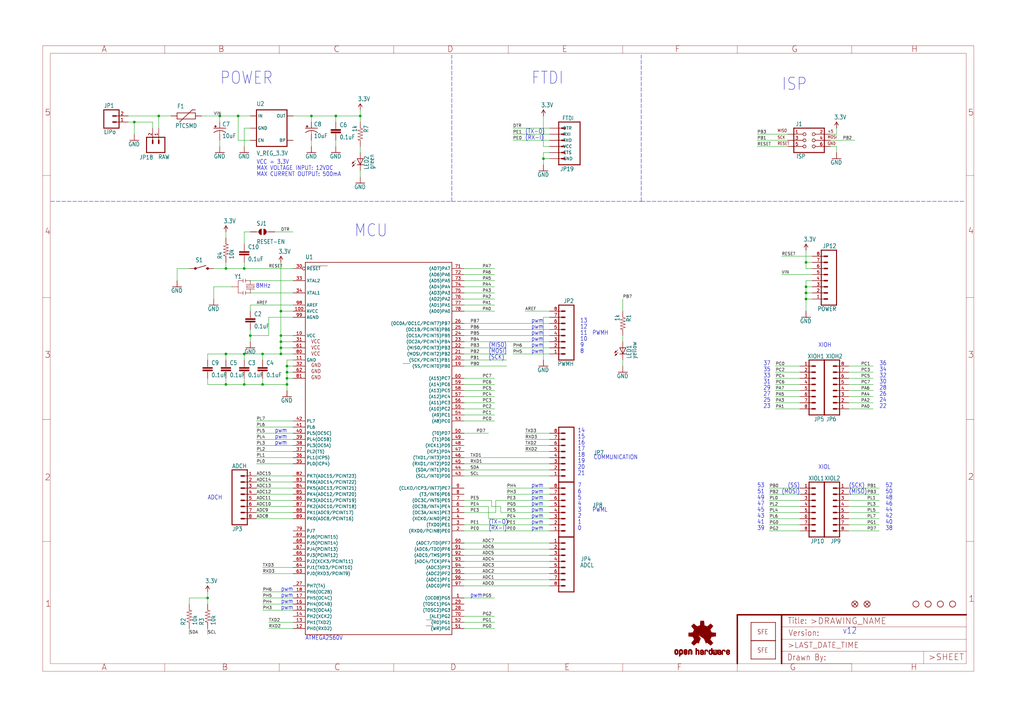
<source format=kicad_sch>
(kicad_sch (version 20211123) (generator eeschema)
  (paper "User" 425.958 300.025)
  (lib_symbols
    (symbol "eagleSchem-eagle-import:3.3V" (power)
      (property "Value" "3.3V" (at -1.016 3.556 0))
      (symbol "3.3V_1_0"
        (pin power_in line (at 0 0 90) (length 2.54) (name "3.3V") (number "1"))
      )
    )
    (symbol "eagleSchem-eagle-import:ARDUINO_SERIAL_PROGRAMSMD"
      (property "Reference" "JP" (at -5.08 10.922 0))
      (property "Value" "ARDUINO_SERIAL_PROGRAMSMD" (at -5.08 -10.16 0))
      (symbol "ARDUINO_SERIAL_PROGRAMSMD_1_0"
        (pin passive line (at 5.08 -5.08 180) (length 5.08) (name "DTR") (number "1"))
        (pin passive line (at 5.08 -2.54 180) (length 5.08) (name "RXI") (number "2"))
        (pin passive line (at 5.08 0 180) (length 5.08) (name "TXO") (number "3"))
        (pin passive line (at 5.08 2.54 180) (length 5.08) (name "VCC") (number "4"))
        (pin passive line (at 5.08 5.08 180) (length 5.08) (name "CTS") (number "5"))
        (pin passive line (at 5.08 7.62 180) (length 5.08) (name "GND") (number "6"))
      )
    )
    (symbol "eagleSchem-eagle-import:ATMEGA2560AU"
      (property "Reference" "U" (at -30.48 80.01 0))
      (property "Value" "ATMEGA2560AU" (at -30.48 -78.74 0))
      (symbol "ATMEGA2560AU_1_0"
        (text "GND" (at -28.0987 30.0038 0) (effects (font (size 1.524 1.2954)) (justify left bottom)))
        (text "GND" (at -28.0987 32.5438 0) (effects (font (size 1.524 1.2954)) (justify left bottom)))
        (text "GND" (at -28.0987 35.0838 0) (effects (font (size 1.524 1.2954)) (justify left bottom)))
        (text "VCC" (at -28.0987 39.8463 0) (effects (font (size 1.524 1.2954)) (justify left bottom)))
        (text "VCC" (at -28.0987 42.3863 0) (effects (font (size 1.524 1.2954)) (justify left bottom)))
        (text "VCC" (at -28.0987 44.9263 0) (effects (font (size 1.524 1.2954)) (justify left bottom)))
        (pin bidirectional line (at 35.56 -60.96 180) (length 5.08) (name "(OC0B)PG5") (number "1"))
        (pin power_in line (at -35.56 48.26 0) (length 5.08) (name "VCC") (number "10"))
        (pin power_in line (at -35.56 58.42 0) (length 5.08) (name "AVCC") (number "100"))
        (pin power_in line (at -35.56 38.1 0) (length 5.08) (name "GND") (number "11"))
        (pin bidirectional line (at -35.56 -73.66 0) (length 5.08) (name "PH0(RXD2)") (number "12"))
        (pin bidirectional line (at -35.56 -71.12 0) (length 5.08) (name "PH1(TXD2)") (number "13"))
        (pin bidirectional line (at -35.56 -68.58 0) (length 5.08) (name "PH2(XCK2)") (number "14"))
        (pin bidirectional line (at -35.56 -66.04 0) (length 5.08) (name "PH3(OC4A)") (number "15"))
        (pin bidirectional line (at -35.56 -63.5 0) (length 5.08) (name "PH4(OC4B)") (number "16"))
        (pin bidirectional line (at -35.56 -60.96 0) (length 5.08) (name "PH5(OC4C)") (number "17"))
        (pin bidirectional line (at -35.56 -58.42 0) (length 5.08) (name "PH6(OC2B)") (number "18"))
        (pin bidirectional line (at 35.56 35.56 180) (length 5.08) (name "(SS/PCINT0)PB0") (number "19"))
        (pin bidirectional line (at 35.56 -33.02 180) (length 5.08) (name "(RXD0/PCIN8)PE0") (number "2"))
        (pin bidirectional line (at 35.56 38.1 180) (length 5.08) (name "(SCK/PCINT1)PB1") (number "20"))
        (pin bidirectional line (at 35.56 40.64 180) (length 5.08) (name "(MOSI/PCINT2)PB2") (number "21"))
        (pin bidirectional line (at 35.56 43.18 180) (length 5.08) (name "(MISO/PCINT3)PB3") (number "22"))
        (pin bidirectional line (at 35.56 45.72 180) (length 5.08) (name "(OC2A/PCINT4)PB4") (number "23"))
        (pin bidirectional line (at 35.56 48.26 180) (length 5.08) (name "(OC1A/PCINT5)PB5") (number "24"))
        (pin bidirectional line (at 35.56 50.8 180) (length 5.08) (name "(OC1B/PCINT6)PB6") (number "25"))
        (pin bidirectional line (at 35.56 53.34 180) (length 5.08) (name "(OC0A/OC1C/PCINT7)PB7") (number "26"))
        (pin bidirectional line (at -35.56 -55.88 0) (length 5.08) (name "PH7(T4)") (number "27"))
        (pin bidirectional line (at 35.56 -66.04 180) (length 5.08) (name "(TOSC2)PG3") (number "28"))
        (pin bidirectional line (at 35.56 -63.5 180) (length 5.08) (name "(TOSC1)PG4") (number "29"))
        (pin bidirectional line (at 35.56 -30.48 180) (length 5.08) (name "(TXD0)PE1") (number "3"))
        (pin input inverted (at -35.56 76.2 0) (length 5.08) (name "RESET") (number "30"))
        (pin power_in line (at -35.56 45.72 0) (length 5.08) (name "VCC1") (number "31"))
        (pin power_in line (at -35.56 35.56 0) (length 5.08) (name "GND1") (number "32"))
        (pin output line (at -35.56 71.12 0) (length 5.08) (name "XTAL2") (number "33"))
        (pin input line (at -35.56 66.04 0) (length 5.08) (name "XTAL1") (number "34"))
        (pin bidirectional line (at -35.56 -5.08 0) (length 5.08) (name "PL0(ICP4)") (number "35"))
        (pin bidirectional line (at -35.56 -2.54 0) (length 5.08) (name "PL1(ICP5)") (number "36"))
        (pin bidirectional line (at -35.56 0 0) (length 5.08) (name "PL2(T5)") (number "37"))
        (pin bidirectional line (at -35.56 2.54 0) (length 5.08) (name "PL3(OC5A)") (number "38"))
        (pin bidirectional line (at -35.56 5.08 0) (length 5.08) (name "PL4(OC5B)") (number "39"))
        (pin bidirectional line (at 35.56 -27.94 180) (length 5.08) (name "(XCK0/AIN0)PE2") (number "4"))
        (pin bidirectional line (at -35.56 7.62 0) (length 5.08) (name "PL5(OC5C)") (number "40"))
        (pin bidirectional line (at -35.56 10.16 0) (length 5.08) (name "PL6") (number "41"))
        (pin bidirectional line (at -35.56 12.7 0) (length 5.08) (name "PL7") (number "42"))
        (pin bidirectional line (at 35.56 -10.16 180) (length 5.08) (name "(SCL/INT0)PD0") (number "43"))
        (pin bidirectional line (at 35.56 -7.62 180) (length 5.08) (name "(SDA/INT1)PD1") (number "44"))
        (pin bidirectional line (at 35.56 -5.08 180) (length 5.08) (name "(RXD1/INT2)PD2") (number "45"))
        (pin bidirectional line (at 35.56 -2.54 180) (length 5.08) (name "(TXD1/INT3)PD3") (number "46"))
        (pin bidirectional line (at 35.56 0 180) (length 5.08) (name "(ICP1)PD4") (number "47"))
        (pin bidirectional line (at 35.56 2.54 180) (length 5.08) (name "(XCK1)PD5") (number "48"))
        (pin bidirectional line (at 35.56 5.08 180) (length 5.08) (name "(T1)PD6") (number "49"))
        (pin bidirectional line (at 35.56 -25.4 180) (length 5.08) (name "(OC3A/AIN1)PE3") (number "5"))
        (pin bidirectional line (at 35.56 7.62 180) (length 5.08) (name "(T0)PD7") (number "50"))
        (pin bidirectional line (at 35.56 -73.66 180) (length 5.08) (name "(WR)PG0") (number "51"))
        (pin bidirectional line (at 35.56 -71.12 180) (length 5.08) (name "(RD)PG1") (number "52"))
        (pin bidirectional line (at 35.56 12.7 180) (length 5.08) (name "(A8)PC0") (number "53"))
        (pin bidirectional line (at 35.56 15.24 180) (length 5.08) (name "(A9)PC1") (number "54"))
        (pin bidirectional line (at 35.56 17.78 180) (length 5.08) (name "(A10)PC2") (number "55"))
        (pin bidirectional line (at 35.56 20.32 180) (length 5.08) (name "(A11)PC3") (number "56"))
        (pin bidirectional line (at 35.56 22.86 180) (length 5.08) (name "(A12)PC4") (number "57"))
        (pin bidirectional line (at 35.56 25.4 180) (length 5.08) (name "(A13)PC5") (number "58"))
        (pin bidirectional line (at 35.56 27.94 180) (length 5.08) (name "(A14)PC6") (number "59"))
        (pin bidirectional line (at 35.56 -22.86 180) (length 5.08) (name "(OC3B/INT4)PE4") (number "6"))
        (pin bidirectional line (at 35.56 30.48 180) (length 5.08) (name "(A15)PC7") (number "60"))
        (pin power_in line (at -35.56 43.18 0) (length 5.08) (name "VCC2") (number "61"))
        (pin power_in line (at -35.56 33.02 0) (length 5.08) (name "GND2") (number "62"))
        (pin bidirectional line (at -35.56 -50.8 0) (length 5.08) (name "PJ0(RXD3/PCINT9)") (number "63"))
        (pin bidirectional line (at -35.56 -48.26 0) (length 5.08) (name "PJ1(TXD3/PCINT10)") (number "64"))
        (pin bidirectional line (at -35.56 -45.72 0) (length 5.08) (name "PJ2(XCK3/PCINT11)") (number "65"))
        (pin bidirectional line (at -35.56 -43.18 0) (length 5.08) (name "PJ3(PCINT12)") (number "66"))
        (pin bidirectional line (at -35.56 -40.64 0) (length 5.08) (name "PJ4(PCINT13)") (number "67"))
        (pin bidirectional line (at -35.56 -38.1 0) (length 5.08) (name "PJ5(PCINT14)") (number "68"))
        (pin bidirectional line (at -35.56 -35.56 0) (length 5.08) (name "PJ6(PCINT15)") (number "69"))
        (pin bidirectional line (at 35.56 -20.32 180) (length 5.08) (name "(OC3C/INT5)PE5") (number "7"))
        (pin bidirectional line (at 35.56 -68.58 180) (length 5.08) (name "(ALE)PG2") (number "70"))
        (pin bidirectional line (at 35.56 76.2 180) (length 5.08) (name "(AD7)PA7") (number "71"))
        (pin bidirectional line (at 35.56 73.66 180) (length 5.08) (name "(AD6)PA6") (number "72"))
        (pin bidirectional line (at 35.56 71.12 180) (length 5.08) (name "(AD5)PA5") (number "73"))
        (pin bidirectional line (at 35.56 68.58 180) (length 5.08) (name "(AD4)PA4") (number "74"))
        (pin bidirectional line (at 35.56 66.04 180) (length 5.08) (name "(AD3)PA3") (number "75"))
        (pin bidirectional line (at 35.56 63.5 180) (length 5.08) (name "(AD2)PA2") (number "76"))
        (pin bidirectional line (at 35.56 60.96 180) (length 5.08) (name "(AD1)PA1") (number "77"))
        (pin bidirectional line (at 35.56 58.42 180) (length 5.08) (name "(AD0)PA0") (number "78"))
        (pin bidirectional line (at -35.56 -33.02 0) (length 5.08) (name "PJ7") (number "79"))
        (pin bidirectional line (at 35.56 -17.78 180) (length 5.08) (name "(T3/INT6)PE6") (number "8"))
        (pin power_in line (at -35.56 40.64 0) (length 5.08) (name "VCC3") (number "80"))
        (pin power_in line (at -35.56 30.48 0) (length 5.08) (name "GND3") (number "81"))
        (pin bidirectional line (at -35.56 -10.16 0) (length 5.08) (name "PK7(ADC15/PCINT23)") (number "82"))
        (pin bidirectional line (at -35.56 -12.7 0) (length 5.08) (name "PK6(ADC14/PCINT22)") (number "83"))
        (pin bidirectional line (at -35.56 -15.24 0) (length 5.08) (name "PK5(ADC13/PCINT21)") (number "84"))
        (pin bidirectional line (at -35.56 -17.78 0) (length 5.08) (name "PK4(ADC12/PCINT20)") (number "85"))
        (pin bidirectional line (at -35.56 -20.32 0) (length 5.08) (name "PK3(ADC11/PCINT19)") (number "86"))
        (pin bidirectional line (at -35.56 -22.86 0) (length 5.08) (name "PK2(ADC10/PCINT18)") (number "87"))
        (pin bidirectional line (at -35.56 -25.4 0) (length 5.08) (name "PK1(ADC9/PCINT17)") (number "88"))
        (pin bidirectional line (at -35.56 -27.94 0) (length 5.08) (name "PK0(ADC8/PCINT16)") (number "89"))
        (pin bidirectional line (at 35.56 -15.24 180) (length 5.08) (name "(CLKO/ICP3/INT7)PE7") (number "9"))
        (pin bidirectional line (at 35.56 -38.1 180) (length 5.08) (name "(ADC7/TDI)PF7") (number "90"))
        (pin bidirectional line (at 35.56 -40.64 180) (length 5.08) (name "(ADC6/TDO)PF6") (number "91"))
        (pin bidirectional line (at 35.56 -43.18 180) (length 5.08) (name "(ADC5/TMS)PF5") (number "92"))
        (pin bidirectional line (at 35.56 -45.72 180) (length 5.08) (name "(ADC4/TCK)PF4") (number "93"))
        (pin bidirectional line (at 35.56 -48.26 180) (length 5.08) (name "(ADC3)PF3") (number "94"))
        (pin bidirectional line (at 35.56 -50.8 180) (length 5.08) (name "(ADC2)PF2") (number "95"))
        (pin bidirectional line (at 35.56 -53.34 180) (length 5.08) (name "(ADC1)PF1") (number "96"))
        (pin bidirectional line (at 35.56 -55.88 180) (length 5.08) (name "(ADC0)PF0") (number "97"))
        (pin bidirectional line (at -35.56 60.96 0) (length 5.08) (name "AREF") (number "98"))
        (pin power_in line (at -35.56 55.88 0) (length 5.08) (name "AGND") (number "99"))
      )
    )
    (symbol "eagleSchem-eagle-import:AVR_SPI_PRG_6PTH"
      (property "Reference" "J" (at -4.318 5.842 0))
      (property "Value" "AVR_SPI_PRG_6PTH" (at -4.064 -7.62 0))
      (symbol "AVR_SPI_PRG_6PTH_1_0"
        (text "+5" (at 8.89 3.048 0) (effects (font (size 1.27 1.0795)) (justify left bottom)))
        (text "GND" (at 8.89 -2.032 0) (effects (font (size 1.27 1.0795)) (justify left bottom)))
        (text "MISO" (at -11.938 3.302 0) (effects (font (size 1.27 1.0795)) (justify left bottom)))
        (text "MOSI" (at 8.89 0.635 0) (effects (font (size 1.27 1.0795)) (justify left bottom)))
        (text "RESET" (at -11.938 -2.032 0) (effects (font (size 1.27 1.0795)) (justify left bottom)))
        (text "SCK" (at -11.938 0.508 0) (effects (font (size 1.27 1.0795)) (justify left bottom)))
        (pin passive inverted (at -7.62 2.54 0) (length 7.62) (name "1") (number "1"))
        (pin passive inverted (at 10.16 2.54 180) (length 7.62) (name "2") (number "2"))
        (pin passive inverted (at -7.62 0 0) (length 7.62) (name "3") (number "3"))
        (pin passive inverted (at 10.16 0 180) (length 7.62) (name "4") (number "4"))
        (pin passive inverted (at -7.62 -2.54 0) (length 7.62) (name "5") (number "5"))
        (pin passive inverted (at 10.16 -2.54 180) (length 7.62) (name "6") (number "6"))
      )
    )
    (symbol "eagleSchem-eagle-import:CAP0402-CAP"
      (property "Reference" "C" (at 1.524 2.921 0))
      (property "Value" "CAP0402-CAP" (at 1.524 -2.159 0))
      (symbol "CAP0402-CAP_1_0"
        (pin passive line (at 0 5.08 270) (length 2.54) (name "1") (number "1"))
        (pin passive line (at 0 -2.54 90) (length 2.54) (name "2") (number "2"))
      )
    )
    (symbol "eagleSchem-eagle-import:CAP_POL1206"
      (property "Reference" "C" (at 1.016 0.635 0))
      (property "Value" "CAP_POL1206" (at 1.016 -4.191 0))
      (symbol "CAP_POL1206_1_0"
        (pin passive line (at 0 2.54 270) (length 2.54) (name "+") (number "A"))
        (pin passive line (at 0 -5.08 90) (length 2.54) (name "-") (number "C"))
      )
    )
    (symbol "eagleSchem-eagle-import:FIDUCIAL1X2.5")
    (symbol "eagleSchem-eagle-import:FRAME-A3"
      (symbol "FRAME-A3_1_0"
        (text "1" (at 1.016 26.67 0) (effects (font (size 2.54 2.54)) (justify left bottom)))
        (text "1" (at 385.064 28.702 0) (effects (font (size 2.54 2.54)) (justify left bottom)))
        (text "2" (at 0.762 79.248 0) (effects (font (size 2.54 2.54)) (justify left bottom)))
        (text "2" (at 384.81 79.502 0) (effects (font (size 2.54 2.54)) (justify left bottom)))
        (text "3" (at 0.762 130.302 0) (effects (font (size 2.54 2.54)) (justify left bottom)))
        (text "3" (at 384.81 130.302 0) (effects (font (size 2.54 2.54)) (justify left bottom)))
        (text "4" (at 0.762 181.61 0) (effects (font (size 2.54 2.54)) (justify left bottom)))
        (text "4" (at 384.81 181.864 0) (effects (font (size 2.54 2.54)) (justify left bottom)))
        (text "5" (at 0.762 231.14 0) (effects (font (size 2.54 2.54)) (justify left bottom)))
        (text "5" (at 384.81 231.14 0) (effects (font (size 2.54 2.54)) (justify left bottom)))
        (text ">DRAWING_NAME" (at 319.151 19.431 0) (effects (font (size 2.54 2.54)) (justify left bottom)))
        (text ">LAST_DATE_TIME" (at 309.753 9.525 0) (effects (font (size 2.286 2.286)) (justify left bottom)))
        (text ">SHEET" (at 368.3 4.445 0) (effects (font (size 2.54 2.54)) (justify left bottom)))
        (text "A" (at 24.384 0.254 0) (effects (font (size 2.54 2.54)) (justify left bottom)))
        (text "A" (at 24.384 257.556 0) (effects (font (size 2.54 2.54)) (justify left bottom)))
        (text "B" (at 72.898 257.556 0) (effects (font (size 2.54 2.54)) (justify left bottom)))
        (text "B" (at 74.422 0.254 0) (effects (font (size 2.54 2.54)) (justify left bottom)))
        (text "C" (at 120.904 257.556 0) (effects (font (size 2.54 2.54)) (justify left bottom)))
        (text "C" (at 121.158 0.254 0) (effects (font (size 2.54 2.54)) (justify left bottom)))
        (text "D" (at 168.148 257.556 0) (effects (font (size 2.54 2.54)) (justify left bottom)))
        (text "D" (at 169.418 0.254 0) (effects (font (size 2.54 2.54)) (justify left bottom)))
        (text "Drawn By:" (at 309.626 4.318 0) (effects (font (size 2.54 2.159)) (justify left bottom)))
        (text "E" (at 215.9 257.556 0) (effects (font (size 2.54 2.54)) (justify left bottom)))
        (text "E" (at 216.916 0.254 0) (effects (font (size 2.54 2.54)) (justify left bottom)))
        (text "F" (at 262.89 257.556 0) (effects (font (size 2.54 2.54)) (justify left bottom)))
        (text "F" (at 263.652 0.254 0) (effects (font (size 2.54 2.54)) (justify left bottom)))
        (text "G" (at 310.642 0.254 0) (effects (font (size 2.54 2.54)) (justify left bottom)))
        (text "G" (at 311.404 257.556 0) (effects (font (size 2.54 2.54)) (justify left bottom)))
        (text "H" (at 360.934 0.254 0) (effects (font (size 2.54 2.54)) (justify left bottom)))
        (text "H" (at 361.188 257.556 0) (effects (font (size 2.54 2.54)) (justify left bottom)))
        (text "Title:" (at 309.88 19.558 0) (effects (font (size 2.54 2.159)) (justify left bottom)))
        (text "Version:" (at 310.134 14.478 0) (effects (font (size 2.54 2.159)) (justify left bottom)))
      )
    )
    (symbol "eagleSchem-eagle-import:GND" (power)
      (property "Value" "GND" (at -2.54 -2.54 0))
      (symbol "GND_1_0"
        (pin power_in line (at 0 2.54 270) (length 2.54) (name "GND") (number "1"))
      )
    )
    (symbol "eagleSchem-eagle-import:LED0603"
      (property "Reference" "LED" (at 3.556 -4.572 90))
      (property "Value" "LED0603" (at 5.715 -4.572 90))
      (symbol "LED0603_1_0"
        (pin passive line (at 0 2.54 270) (length 2.54) (name "A") (number "A"))
        (pin passive line (at 0 -5.08 90) (length 2.54) (name "C") (number "C"))
      )
    )
    (symbol "eagleSchem-eagle-import:LOGO-SFENEW"
      (symbol "LOGO-SFENEW_1_0"
        (text "SFE" (at 0 0 0) (effects (font (size 1.9304 1.6408)) (justify left bottom)))
      )
    )
    (symbol "eagleSchem-eagle-import:LOGO-SFESK"
      (symbol "LOGO-SFESK_1_0"
        (text "SFE" (at 0 0 0) (effects (font (size 1.9304 1.6408)) (justify left bottom)))
      )
    )
    (symbol "eagleSchem-eagle-import:M02-JST-2MM-SMT"
      (property "Reference" "JP" (at -2.54 5.842 0))
      (property "Value" "M02-JST-2MM-SMT" (at -2.54 -5.08 0))
      (symbol "M02-JST-2MM-SMT_1_0"
        (pin passive line (at 7.62 0 180) (length 5.08) (name "1") (number "1"))
        (pin passive line (at 7.62 2.54 180) (length 5.08) (name "2") (number "2"))
      )
    )
    (symbol "eagleSchem-eagle-import:M02PTH"
      (property "Reference" "JP" (at -2.54 5.842 0))
      (property "Value" "M02PTH" (at -2.54 -5.08 0))
      (symbol "M02PTH_1_0"
        (pin passive line (at 7.62 0 180) (length 5.08) (name "1") (number "1"))
        (pin passive line (at 7.62 2.54 180) (length 5.08) (name "2") (number "2"))
      )
    )
    (symbol "eagleSchem-eagle-import:M08BM08B-SRSS-TB"
      (property "Reference" "JP" (at -5.08 13.462 0))
      (property "Value" "M08BM08B-SRSS-TB" (at -5.08 -12.7 0))
      (symbol "M08BM08B-SRSS-TB_1_0"
        (pin passive line (at 5.08 -7.62 180) (length 5.08) (name "1") (number "1"))
        (pin passive line (at 5.08 -5.08 180) (length 5.08) (name "2") (number "2"))
        (pin passive line (at 5.08 -2.54 180) (length 5.08) (name "3") (number "3"))
        (pin passive line (at 5.08 0 180) (length 5.08) (name "4") (number "4"))
        (pin passive line (at 5.08 2.54 180) (length 5.08) (name "5") (number "5"))
        (pin passive line (at 5.08 5.08 180) (length 5.08) (name "6") (number "6"))
        (pin passive line (at 5.08 7.62 180) (length 5.08) (name "7") (number "7"))
        (pin passive line (at 5.08 10.16 180) (length 5.08) (name "8") (number "8"))
      )
    )
    (symbol "eagleSchem-eagle-import:OSHW-LOGOL")
    (symbol "eagleSchem-eagle-import:PTCSMD"
      (property "Reference" "F" (at -2.54 3.048 0))
      (property "Value" "PTCSMD" (at -3.302 -5.08 0))
      (symbol "PTCSMD_1_0"
        (pin bidirectional line (at -5.08 0 0) (length 2.54) (name "1") (number "1"))
        (pin bidirectional line (at 7.62 0 180) (length 2.54) (name "2") (number "2"))
      )
    )
    (symbol "eagleSchem-eagle-import:RESISTOR0402-RES"
      (property "Reference" "R" (at -3.81 1.4986 0))
      (property "Value" "RESISTOR0402-RES" (at -3.81 -3.302 0))
      (symbol "RESISTOR0402-RES_1_0"
        (pin passive line (at -5.08 0 0) (length 2.54) (name "1") (number "1"))
        (pin passive line (at 5.08 0 180) (length 2.54) (name "2") (number "2"))
      )
    )
    (symbol "eagleSchem-eagle-import:RESONATORSMD"
      (property "Reference" "Y" (at 2.54 1.016 0))
      (property "Value" "RESONATORSMD" (at 2.54 -7.62 0))
      (symbol "RESONATORSMD_1_0"
        (pin passive line (at -2.54 0 0) (length 0) (name "1") (number "1"))
        (pin passive line (at 0 -7.62 90) (length 0) (name "2") (number "2"))
        (pin passive line (at 2.54 0 180) (length 0) (name "3") (number "3"))
      )
    )
    (symbol "eagleSchem-eagle-import:SOLDERJUMPERNC"
      (property "Reference" "SJ" (at -2.54 2.54 0))
      (property "Value" "SOLDERJUMPERNC" (at -2.54 -5.08 0))
      (symbol "SOLDERJUMPERNC_1_0"
        (pin passive line (at -5.08 0 0) (length 2.54) (name "1") (number "1"))
        (pin passive line (at 5.08 0 180) (length 2.54) (name "2") (number "2"))
      )
    )
    (symbol "eagleSchem-eagle-import:STAND-OFF")
    (symbol "eagleSchem-eagle-import:SWITCH-MOMENTARY-2SMD"
      (property "Reference" "S" (at -2.54 2.54 0))
      (property "Value" "SWITCH-MOMENTARY-2SMD" (at -2.54 -2.54 0))
      (symbol "SWITCH-MOMENTARY-2SMD_1_0"
        (pin passive line (at -5.08 0 0) (length 2.54) (name "1") (number "1"))
        (pin passive line (at 5.08 0 180) (length 2.54) (name "2") (number "3"))
      )
    )
    (symbol "eagleSchem-eagle-import:V_REG_LDOSMD"
      (property "Reference" "U" (at -7.62 9.144 0))
      (property "Value" "V_REG_LDOSMD" (at -7.62 -11.43 0))
      (symbol "V_REG_LDOSMD_1_0"
        (pin input line (at -10.16 5.08 0) (length 2.54) (name "IN") (number "1"))
        (pin input line (at -10.16 0 0) (length 2.54) (name "GND") (number "2"))
        (pin input line (at -10.16 -5.08 0) (length 2.54) (name "EN") (number "3"))
        (pin input line (at 7.62 -5.08 180) (length 2.54) (name "BP") (number "4"))
        (pin passive line (at 7.62 5.08 180) (length 2.54) (name "OUT") (number "5"))
      )
    )
  )
  (junction (at 55.88 50.8))
  (junction (at 104.14 139.7))
  (junction (at 93.98 147.32))
  (junction (at 109.22 160.02))
  (junction (at 101.6 160.02))
  (junction (at 109.22 147.32))
  (junction (at 149.86 48.26))
  (junction (at 119.38 157.48))
  (junction (at 119.38 160.02))
  (junction (at 91.44 48.26))
  (junction (at 335.28 121.92))
  (junction (at 116.84 139.7))
  (junction (at 116.84 144.78))
  (junction (at 66.04 48.26))
  (junction (at 129.54 48.26))
  (junction (at 86.36 248.92))
  (junction (at 116.84 129.54))
  (junction (at 101.6 147.32))
  (junction (at 226.06 66.04))
  (junction (at 116.84 142.24))
  (junction (at 116.84 147.32))
  (junction (at 93.98 160.02))
  (junction (at 335.28 119.38))
  (junction (at 139.7 48.26))
  (junction (at 99.06 48.26))
  (junction (at 119.38 152.4))
  (junction (at 335.28 109.22))
  (junction (at 335.28 124.46))
  (junction (at 93.98 111.76))
  (junction (at 101.6 111.76))
  (junction (at 119.38 154.94))
  (wire (pts (xy 345.44 58.42) (xy 355.6 58.42)))
  (wire (pts (xy 228.6 220.98) (xy 193.04 220.98)))
  (wire (pts (xy 226.06 63.5) (xy 226.06 66.04)))
  (wire (pts (xy 210.82 147.32) (xy 193.04 147.32)))
  (wire (pts (xy 121.92 116.84) (xy 104.14 116.84)))
  (wire (pts (xy 332.74 154.94) (xy 322.58 154.94)))
  (wire (pts (xy 119.38 157.48) (xy 119.38 160.02)))
  (wire (pts (xy 228.6 187.96) (xy 218.44 187.96)))
  (wire (pts (xy 88.9 119.38) (xy 88.9 124.46)))
  (wire (pts (xy 93.98 111.76) (xy 93.98 109.22)))
  (wire (pts (xy 335.28 119.38) (xy 335.28 121.92)))
  (wire (pts (xy 228.6 144.78) (xy 213.36 144.78)))
  (wire (pts (xy 55.88 50.8) (xy 55.88 55.88)))
  (wire (pts (xy 121.92 193.04) (xy 106.68 193.04)))
  (wire (pts (xy 99.06 58.42) (xy 99.06 48.26)))
  (wire (pts (xy 104.14 139.7) (xy 104.14 142.24)))
  (wire (pts (xy 78.74 248.92) (xy 86.36 248.92)))
  (wire (pts (xy 53.34 50.8) (xy 55.88 50.8)))
  (wire (pts (xy 121.92 175.26) (xy 106.68 175.26)))
  (wire (pts (xy 86.36 248.92) (xy 86.36 246.38)))
  (wire (pts (xy 332.74 213.36) (xy 320.04 213.36)))
  (wire (pts (xy 203.2 210.82) (xy 203.2 215.9)))
  (wire (pts (xy 119.38 160.02) (xy 109.22 160.02)))
  (wire (pts (xy 193.04 261.62) (xy 205.74 261.62)))
  (wire (pts (xy 139.7 48.26) (xy 149.86 48.26)))
  (wire (pts (xy 337.82 111.76) (xy 335.28 111.76)))
  (wire (pts (xy 228.6 129.54) (xy 218.44 129.54)))
  (wire (pts (xy 101.6 147.32) (xy 93.98 147.32)))
  (wire (pts (xy 332.74 170.18) (xy 322.58 170.18)))
  (wire (pts (xy 335.28 116.84) (xy 335.28 119.38)))
  (wire (pts (xy 337.82 121.92) (xy 335.28 121.92)))
  (wire (pts (xy 228.6 139.7) (xy 193.04 139.7)))
  (wire (pts (xy 121.92 246.38) (xy 109.22 246.38)))
  (wire (pts (xy 193.04 210.82) (xy 203.2 210.82)))
  (wire (pts (xy 193.04 228.6) (xy 228.6 228.6)))
  (wire (pts (xy 101.6 111.76) (xy 93.98 111.76)))
  (wire (pts (xy 206.248 213.36) (xy 206.248 208.28)))
  (wire (pts (xy 226.06 132.08) (xy 226.06 149.86)))
  (wire (pts (xy 66.04 53.34) (xy 66.04 48.26)))
  (wire (pts (xy 91.44 48.26) (xy 99.06 48.26)))
  (wire (pts (xy 149.86 60.96) (xy 149.86 63.5)))
  (wire (pts (xy 121.92 111.76) (xy 101.6 111.76)))
  (wire (pts (xy 353.06 170.18) (xy 363.22 170.18)))
  (wire (pts (xy 204.47 210.82) (xy 204.47 208.28)))
  (wire (pts (xy 109.22 149.86) (xy 109.22 147.32)))
  (wire (pts (xy 345.44 55.88) (xy 347.98 55.88)))
  (wire (pts (xy 119.38 160.02) (xy 119.38 162.56)))
  (wire (pts (xy 114.3 96.52) (xy 121.92 96.52)))
  (wire (pts (xy 353.06 208.28) (xy 365.76 208.28)))
  (wire (pts (xy 83.82 48.26) (xy 91.44 48.26)))
  (wire (pts (xy 228.6 60.96) (xy 226.06 60.96)))
  (wire (pts (xy 121.92 261.62) (xy 111.76 261.62)))
  (wire (pts (xy 121.92 215.9) (xy 106.68 215.9)))
  (wire (pts (xy 353.06 203.2) (xy 365.76 203.2)))
  (wire (pts (xy 101.6 160.02) (xy 93.98 160.02)))
  (wire (pts (xy 193.04 119.38) (xy 205.74 119.38)))
  (wire (pts (xy 228.6 218.44) (xy 193.04 218.44)))
  (wire (pts (xy 121.92 203.2) (xy 106.68 203.2)))
  (wire (pts (xy 193.04 162.56) (xy 205.74 162.56)))
  (wire (pts (xy 193.04 231.14) (xy 228.6 231.14)))
  (wire (pts (xy 345.44 60.96) (xy 347.98 60.96)))
  (wire (pts (xy 101.6 111.76) (xy 101.6 109.22)))
  (wire (pts (xy 259.08 149.86) (xy 259.08 152.4)))
  (wire (pts (xy 353.06 220.98) (xy 365.76 220.98)))
  (wire (pts (xy 121.92 205.74) (xy 106.68 205.74)))
  (wire (pts (xy 116.84 139.7) (xy 116.84 129.54)))
  (wire (pts (xy 332.74 208.28) (xy 320.04 208.28)))
  (wire (pts (xy 93.98 160.02) (xy 86.36 160.02)))
  (wire (pts (xy 73.66 116.84) (xy 73.66 111.76)))
  (wire (pts (xy 121.92 48.26) (xy 129.54 48.26)))
  (wire (pts (xy 121.92 142.24) (xy 116.84 142.24)))
  (wire (pts (xy 78.74 251.46) (xy 78.74 248.92)))
  (wire (pts (xy 96.52 119.38) (xy 88.9 119.38)))
  (wire (pts (xy 228.6 203.2) (xy 210.82 203.2)))
  (wire (pts (xy 193.04 165.1) (xy 205.74 165.1)))
  (wire (pts (xy 149.86 48.26) (xy 149.86 50.8)))
  (wire (pts (xy 121.92 157.48) (xy 119.38 157.48)))
  (wire (pts (xy 193.04 116.84) (xy 205.74 116.84)))
  (wire (pts (xy 121.92 187.96) (xy 106.68 187.96)))
  (wire (pts (xy 104.14 58.42) (xy 99.06 58.42)))
  (wire (pts (xy 353.06 210.82) (xy 365.76 210.82)))
  (wire (pts (xy 206.248 208.28) (xy 228.6 208.28)))
  (polyline (pts (xy 187.96 83.82) (xy 266.7 83.82)))
  (wire (pts (xy 116.84 147.32) (xy 116.84 144.78)))
  (wire (pts (xy 327.66 60.96) (xy 314.96 60.96)))
  (wire (pts (xy 228.6 147.32) (xy 213.36 147.32)))
  (wire (pts (xy 335.28 124.46) (xy 335.28 129.54)))
  (wire (pts (xy 327.66 55.88) (xy 314.96 55.88)))
  (wire (pts (xy 139.7 48.26) (xy 139.7 50.8)))
  (wire (pts (xy 53.34 48.26) (xy 66.04 48.26)))
  (wire (pts (xy 332.74 215.9) (xy 320.04 215.9)))
  (wire (pts (xy 337.82 124.46) (xy 335.28 124.46)))
  (wire (pts (xy 353.06 162.56) (xy 363.22 162.56)))
  (wire (pts (xy 337.82 119.38) (xy 335.28 119.38)))
  (wire (pts (xy 91.44 58.42) (xy 91.44 60.96)))
  (wire (pts (xy 93.98 160.02) (xy 93.98 157.48)))
  (wire (pts (xy 93.98 147.32) (xy 86.36 147.32)))
  (wire (pts (xy 99.06 48.26) (xy 104.14 48.26)))
  (wire (pts (xy 228.6 63.5) (xy 226.06 63.5)))
  (wire (pts (xy 193.04 236.22) (xy 228.6 236.22)))
  (wire (pts (xy 353.06 157.48) (xy 363.22 157.48)))
  (wire (pts (xy 78.74 111.76) (xy 73.66 111.76)))
  (wire (pts (xy 129.54 48.26) (xy 139.7 48.26)))
  (wire (pts (xy 121.92 127) (xy 104.14 127)))
  (wire (pts (xy 332.74 203.2) (xy 320.04 203.2)))
  (wire (pts (xy 337.82 114.3) (xy 325.12 114.3)))
  (wire (pts (xy 116.84 129.54) (xy 121.92 129.54)))
  (wire (pts (xy 337.82 109.22) (xy 335.28 109.22)))
  (wire (pts (xy 121.92 208.28) (xy 106.68 208.28)))
  (wire (pts (xy 332.74 157.48) (xy 322.58 157.48)))
  (wire (pts (xy 332.74 220.98) (xy 320.04 220.98)))
  (wire (pts (xy 259.08 124.46) (xy 259.08 129.54)))
  (wire (pts (xy 121.92 121.92) (xy 104.14 121.92)))
  (wire (pts (xy 121.92 251.46) (xy 109.22 251.46)))
  (wire (pts (xy 104.14 127) (xy 104.14 129.54)))
  (wire (pts (xy 353.06 205.74) (xy 365.76 205.74)))
  (wire (pts (xy 116.84 109.22) (xy 116.84 129.54)))
  (wire (pts (xy 93.98 96.52) (xy 93.98 99.06)))
  (wire (pts (xy 353.06 154.94) (xy 363.22 154.94)))
  (wire (pts (xy 121.92 154.94) (xy 119.38 154.94)))
  (wire (pts (xy 101.6 53.34) (xy 101.6 60.96)))
  (wire (pts (xy 226.06 60.96) (xy 226.06 48.26)))
  (wire (pts (xy 116.84 144.78) (xy 116.84 142.24)))
  (wire (pts (xy 228.6 53.34) (xy 213.36 53.34)))
  (wire (pts (xy 193.04 243.84) (xy 228.6 243.84)))
  (wire (pts (xy 353.06 215.9) (xy 365.76 215.9)))
  (wire (pts (xy 193.04 238.76) (xy 228.6 238.76)))
  (wire (pts (xy 193.04 226.06) (xy 228.6 226.06)))
  (wire (pts (xy 353.06 152.4) (xy 363.22 152.4)))
  (polyline (pts (xy 266.7 83.82) (xy 266.7 22.86)))
  (wire (pts (xy 327.66 58.42) (xy 314.96 58.42)))
  (wire (pts (xy 332.74 167.64) (xy 322.58 167.64)))
  (wire (pts (xy 193.04 167.64) (xy 205.74 167.64)))
  (wire (pts (xy 63.5 50.8) (xy 63.5 53.34)))
  (wire (pts (xy 109.22 147.32) (xy 101.6 147.32)))
  (wire (pts (xy 193.04 114.3) (xy 205.74 114.3)))
  (wire (pts (xy 129.54 48.26) (xy 129.54 50.8)))
  (wire (pts (xy 337.82 106.68) (xy 325.12 106.68)))
  (wire (pts (xy 226.06 66.04) (xy 226.06 68.58)))
  (wire (pts (xy 149.86 45.72) (xy 149.86 48.26)))
  (wire (pts (xy 353.06 167.64) (xy 363.22 167.64)))
  (wire (pts (xy 149.86 71.12) (xy 149.86 73.66)))
  (wire (pts (xy 193.04 175.26) (xy 205.74 175.26)))
  (wire (pts (xy 259.08 139.7) (xy 259.08 142.24)))
  (wire (pts (xy 86.36 160.02) (xy 86.36 157.48)))
  (wire (pts (xy 78.74 261.62) (xy 78.74 264.16)))
  (wire (pts (xy 193.04 233.68) (xy 228.6 233.68)))
  (wire (pts (xy 193.04 127) (xy 205.74 127)))
  (wire (pts (xy 228.6 134.62) (xy 193.04 134.62)))
  (wire (pts (xy 104.14 53.34) (xy 101.6 53.34)))
  (wire (pts (xy 121.92 177.8) (xy 106.68 177.8)))
  (wire (pts (xy 228.6 180.34) (xy 218.44 180.34)))
  (wire (pts (xy 332.74 205.74) (xy 320.04 205.74)))
  (wire (pts (xy 86.36 147.32) (xy 86.36 149.86)))
  (wire (pts (xy 228.6 205.74) (xy 210.82 205.74)))
  (wire (pts (xy 55.88 50.8) (xy 63.5 50.8)))
  (wire (pts (xy 210.82 149.86) (xy 193.04 149.86)))
  (wire (pts (xy 332.74 160.02) (xy 322.58 160.02)))
  (wire (pts (xy 193.04 195.58) (xy 228.6 195.58)))
  (wire (pts (xy 347.98 55.88) (xy 347.98 53.34)))
  (wire (pts (xy 121.92 182.88) (xy 106.68 182.88)))
  (wire (pts (xy 121.92 132.08) (xy 111.76 132.08)))
  (wire (pts (xy 121.92 185.42) (xy 106.68 185.42)))
  (wire (pts (xy 193.04 193.04) (xy 228.6 193.04)))
  (wire (pts (xy 121.92 152.4) (xy 119.38 152.4)))
  (wire (pts (xy 116.84 147.32) (xy 109.22 147.32)))
  (wire (pts (xy 203.2 215.9) (xy 228.6 215.9)))
  (wire (pts (xy 335.28 109.22) (xy 335.28 104.14)))
  (wire (pts (xy 228.6 142.24) (xy 193.04 142.24)))
  (wire (pts (xy 228.6 185.42) (xy 218.44 185.42)))
  (wire (pts (xy 193.04 241.3) (xy 228.6 241.3)))
  (wire (pts (xy 353.06 218.44) (xy 365.76 218.44)))
  (wire (pts (xy 121.92 259.08) (xy 111.76 259.08)))
  (wire (pts (xy 86.36 248.92) (xy 86.36 251.46)))
  (wire (pts (xy 91.44 50.8) (xy 91.44 48.26)))
  (wire (pts (xy 121.92 149.86) (xy 119.38 149.86)))
  (wire (pts (xy 121.92 139.7) (xy 116.84 139.7)))
  (wire (pts (xy 193.04 121.92) (xy 205.74 121.92)))
  (wire (pts (xy 193.04 111.76) (xy 205.74 111.76)))
  (wire (pts (xy 193.04 248.92) (xy 205.74 248.92)))
  (wire (pts (xy 111.76 139.7) (xy 104.14 139.7)))
  (wire (pts (xy 332.74 162.56) (xy 322.58 162.56)))
  (wire (pts (xy 93.98 147.32) (xy 93.98 149.86)))
  (wire (pts (xy 228.6 213.36) (xy 208.28 213.36)))
  (wire (pts (xy 101.6 96.52) (xy 104.14 96.52)))
  (wire (pts (xy 101.6 147.32) (xy 101.6 149.86)))
  (wire (pts (xy 121.92 238.76) (xy 109.22 238.76)))
  (wire (pts (xy 193.04 190.5) (xy 228.6 190.5)))
  (wire (pts (xy 208.28 210.82) (xy 204.47 210.82)))
  (polyline (pts (xy 187.96 83.82) (xy 187.96 22.86)))
  (wire (pts (xy 193.04 172.72) (xy 205.74 172.72)))
  (wire (pts (xy 193.04 198.12) (xy 228.6 198.12)))
  (wire (pts (xy 210.82 144.78) (xy 193.04 144.78)))
  (wire (pts (xy 109.22 160.02) (xy 101.6 160.02)))
  (wire (pts (xy 93.98 111.76) (xy 88.9 111.76)))
  (wire (pts (xy 193.04 208.28) (xy 204.47 208.28)))
  (wire (pts (xy 121.92 190.5) (xy 106.68 190.5)))
  (wire (pts (xy 193.04 170.18) (xy 205.74 170.18)))
  (wire (pts (xy 121.92 254) (xy 109.22 254)))
  (wire (pts (xy 139.7 58.42) (xy 139.7 60.96)))
  (wire (pts (xy 129.54 58.42) (xy 129.54 60.96)))
  (wire (pts (xy 353.06 160.02) (xy 363.22 160.02)))
  (wire (pts (xy 335.28 121.92) (xy 335.28 124.46)))
  (wire (pts (xy 193.04 157.48) (xy 205.74 157.48)))
  (wire (pts (xy 193.04 160.02) (xy 205.74 160.02)))
  (wire (pts (xy 101.6 160.02) (xy 101.6 157.48)))
  (wire (pts (xy 353.06 213.36) (xy 365.76 213.36)))
  (wire (pts (xy 119.38 149.86) (xy 119.38 152.4)))
  (wire (pts (xy 119.38 152.4) (xy 119.38 154.94)))
  (polyline (pts (xy 266.7 83.82) (xy 401.32 83.82)))
  (wire (pts (xy 228.6 182.88) (xy 218.44 182.88)))
  (wire (pts (xy 104.14 139.7) (xy 104.14 137.16)))
  (wire (pts (xy 337.82 116.84) (xy 335.28 116.84)))
  (wire (pts (xy 193.04 256.54) (xy 205.74 256.54)))
  (wire (pts (xy 332.74 165.1) (xy 322.58 165.1)))
  (wire (pts (xy 228.6 210.82) (xy 210.82 210.82)))
  (wire (pts (xy 335.28 111.76) (xy 335.28 109.22)))
  (wire (pts (xy 332.74 152.4) (xy 322.58 152.4)))
  (wire (pts (xy 121.92 200.66) (xy 106.68 200.66)))
  (wire (pts (xy 353.06 165.1) (xy 363.22 165.1)))
  (wire (pts (xy 121.92 180.34) (xy 106.68 180.34)))
  (wire (pts (xy 228.6 132.08) (xy 226.06 132.08)))
  (wire (pts (xy 121.92 147.32) (xy 116.84 147.32)))
  (wire (pts (xy 193.04 213.36) (xy 206.248 213.36)))
  (wire (pts (xy 228.6 58.42) (xy 213.36 58.42)))
  (wire (pts (xy 66.04 48.26) (xy 71.12 48.26)))
  (wire (pts (xy 121.92 236.22) (xy 109.22 236.22)))
  (wire (pts (xy 193.04 129.54) (xy 205.74 129.54)))
  (wire (pts (xy 121.92 248.92) (xy 109.22 248.92)))
  (wire (pts (xy 332.74 218.44) (xy 320.04 218.44)))
  (wire (pts (xy 332.74 210.82) (xy 320.04 210.82)))
  (wire (pts (xy 109.22 157.48) (xy 109.22 160.02)))
  (wire (pts (xy 228.6 66.04) (xy 226.06 66.04)))
  (wire (pts (xy 101.6 101.6) (xy 101.6 96.52)))
  (wire (pts (xy 119.38 154.94) (xy 119.38 157.48)))
  (wire (pts (xy 111.76 132.08) (xy 111.76 139.7)))
  (wire (pts (xy 228.6 55.88) (xy 213.36 55.88)))
  (wire (pts (xy 210.82 152.4) (xy 193.04 152.4)))
  (wire (pts (xy 116.84 142.24) (xy 116.84 139.7)))
  (wire (pts (xy 193.04 124.46) (xy 205.74 124.46)))
  (wire (pts (xy 193.04 180.34) (xy 203.2 180.34)))
  (wire (pts (xy 121.92 210.82) (xy 106.68 210.82)))
  (wire (pts (xy 121.92 213.36) (xy 106.68 213.36)))
  (wire (pts (xy 193.04 259.08) (xy 205.74 259.08)))
  (wire (pts (xy 228.6 137.16) (xy 193.04 137.16)))
  (wire (pts (xy 121.92 144.78) (xy 116.84 144.78)))
  (wire (pts (xy 86.36 261.62) (xy 86.36 264.16)))
  (wire (pts (xy 208.28 213.36) (xy 208.28 210.82)))
  (polyline (pts (xy 21.082 83.82) (xy 187.96 83.82)))
  (wire (pts (xy 121.92 198.12) (xy 106.68 198.12)))
  (wire (pts (xy 347.98 60.96) (xy 347.98 63.5)))
  (text "39" (at 314.96 220.98 180) (effects (font (size 1.778 1.5113)) (justify left bottom)))
  (text "38" (at 368.3 220.98 180) (effects (font (size 1.778 1.5113)) (justify left bottom)))
  (text "pwm" (at 116.84 251.46 180) (effects (font (size 1.778 1.5113)) (justify left bottom)))
  (text "47" (at 314.96 210.82 180) (effects (font (size 1.778 1.5113)) (justify left bottom)))
  (text "46" (at 368.3 210.82 180) (effects (font (size 1.778 1.5113)) (justify left bottom)))
  (text "(MOSI)" (at 203.2 147.32 180) (effects (font (size 1.778 1.5113)) (justify left bottom)))
  (text "MAX VOLTAGE INPUT: 12VDC" (at 106.68 71.12 180) (effects (font (size 1.778 1.5113)) (justify left bottom)))
  (text "35" (at 317.5 154.94 180) (effects (font (size 1.778 1.5113)) (justify left bottom)))
  (text "37" (at 317.5 152.4 180) (effects (font (size 1.778 1.5113)) (justify left bottom)))
  (text "COMMUNICATION" (at 246.888 191.516 180) (effects (font (size 1.778 1.5113)) (justify left bottom)))
  (text "8" (at 241.3 147.32 180) (effects (font (size 1.778 1.5113)) (justify left bottom)))
  (text "pwm" (at 220.98 134.62 180) (effects (font (size 1.778 1.5113)) (justify left bottom)))
  (text "pwm" (at 195.58 248.92 180) (effects (font (size 1.778 1.5113)) (justify left bottom)))
  (text "(MISO)" (at 203.2 144.78 180) (effects (font (size 1.778 1.5113)) (justify left bottom)))
  (text "50" (at 368.3 205.74 180) (effects (font (size 1.778 1.5113)) (justify left bottom)))
  (text "20" (at 240.284 195.58 180) (effects (font (size 1.778 1.5113)) (justify left bottom)))
  (text "MAX CURRENT OUTPUT: 500mA" (at 106.68 73.66 180) (effects (font (size 1.778 1.5113)) (justify left bottom)))
  (text "pwm" (at 116.84 246.38 180) (effects (font (size 1.778 1.5113)) (justify left bottom)))
  (text "8MHz" (at 106.426 120.142 180) (effects (font (size 1.778 1.5113)) (justify left bottom)))
  (text "15" (at 240.284 182.88 180) (effects (font (size 1.778 1.5113)) (justify left bottom)))
  (text "PWML" (at 246.38 213.36 180) (effects (font (size 1.778 1.5113)) (justify left bottom)))
  (text "(MISO)" (at 353.06 205.74 180) (effects (font (size 1.778 1.5113)) (justify left bottom)))
  (text "41" (at 314.96 218.44 180) (effects (font (size 1.778 1.5113)) (justify left bottom)))
  (text "53" (at 314.96 203.2 180) (effects (font (size 1.778 1.5113)) (justify left bottom)))
  (text "XIOH" (at 340.36 144.78 180) (effects (font (size 1.778 1.5113)) (justify left bottom)))
  (text "VCC = 3.3V" (at 106.68 68.58 180) (effects (font (size 1.778 1.5113)) (justify left bottom)))
  (text "28" (at 365.76 162.56 180) (effects (font (size 1.778 1.5113)) (justify left bottom)))
  (text "v12" (at 350.52 264.16 180) (effects (font (size 2.54 2.159)) (justify left bottom)))
  (text "pwm" (at 220.98 139.7 180) (effects (font (size 1.778 1.5113)) (justify left bottom)))
  (text "pwm" (at 114.3 182.88 180) (effects (font (size 1.778 1.5113)) (justify left bottom)))
  (text "pwm" (at 220.98 137.16 180) (effects (font (size 1.778 1.5113)) (justify left bottom)))
  (text "43" (at 314.96 215.9 180) (effects (font (size 1.778 1.5113)) (justify left bottom)))
  (text "(TX-O)" (at 203.2 218.44 180) (effects (font (size 1.778 1.5113)) (justify left bottom)))
  (text "ISP" (at 325.12 38.1 180) (effects (font (size 5.08 4.318)) (justify left bottom)))
  (text "FTDI" (at 220.98 35.56 180) (effects (font (size 5.08 4.318)) (justify left bottom)))
  (text "POWER" (at 91.44 35.56 180) (effects (font (size 5.08 4.318)) (justify left bottom)))
  (text "33" (at 317.5 157.48 180) (effects (font (size 1.778 1.5113)) (justify left bottom)))
  (text "pwm" (at 220.98 208.28 180) (effects (font (size 1.778 1.5113)) (justify left bottom)))
  (text "49" (at 314.96 208.28 180) (effects (font (size 1.778 1.5113)) (justify left bottom)))
  (text "42" (at 368.3 215.9 180) (effects (font (size 1.778 1.5113)) (justify left bottom)))
  (text "(RX-I)" (at 203.2 220.98 180) (effects (font (size 1.778 1.5113)) (justify left bottom)))
  (text "pwm" (at 220.98 144.78 180) (effects (font (size 1.778 1.5113)) (justify left bottom)))
  (text "pwm" (at 116.84 248.92 180) (effects (font (size 1.778 1.5113)) (justify left bottom)))
  (text "3" (at 240.284 213.36 180) (effects (font (size 1.778 1.5113)) (justify left bottom)))
  (text "0" (at 240.284 220.98 180) (effects (font (size 1.778 1.5113)) (justify left bottom)))
  (text "pwm" (at 220.98 203.2 180) (effects (font (size 1.778 1.5113)) (justify left bottom)))
  (text "31" (at 317.5 160.02 180) (effects (font (size 1.778 1.5113)) (justify left bottom)))
  (text "9" (at 241.3 144.78 180) (effects (font (size 1.778 1.5113)) (justify left bottom)))
  (text "XIOL" (at 340.36 195.58 180) (effects (font (size 1.778 1.5113)) (justify left bottom)))
  (text "51" (at 314.96 205.74 180) (effects (font (size 1.778 1.5113)) (justify left bottom)))
  (text "7" (at 240.284 203.2 180) (effects (font (size 1.778 1.5113)) (justify left bottom)))
  (text "ADCH" (at 86.36 208.28 180) (effects (font (size 1.778 1.5113)) (justify left bottom)))
  (text "32" (at 365.76 157.48 180) (effects (font (size 1.778 1.5113)) (justify left bottom)))
  (text "29" (at 317.5 162.56 180) (effects (font (size 1.778 1.5113)) (justify left bottom)))
  (text "(SCK)" (at 353.06 203.2 180) (effects (font (size 1.778 1.5113)) (justify left bottom)))
  (text "52" (at 368.3 203.2 180) (effects (font (size 1.778 1.5113)) (justify left bottom)))
  (text "pwm" (at 114.3 180.34 180) (effects (font (size 1.778 1.5113)) (justify left bottom)))
  (text "pwm" (at 220.98 213.36 180) (effects (font (size 1.778 1.5113)) (justify left bottom)))
  (text "18" (at 240.284 190.5 180) (effects (font (size 1.778 1.5113)) (justify left bottom)))
  (text "(TX-O)" (at 218.44 55.88 180) (effects (font (size 1.778 1.5113)) (justify left bottom)))
  (text "pwm" (at 220.98 142.24 180) (effects (font (size 1.778 1.5113)) (justify left bottom)))
  (text "45" (at 314.96 213.36 180) (effects (font (size 1.778 1.5113)) (justify left bottom)))
  (text "(SCK)" (at 203.2 149.86 180) (effects (font (size 1.778 1.5113)) (justify left bottom)))
  (text "25" (at 317.5 167.64 180) (effects (font (size 1.778 1.5113)) (justify left bottom)))
  (text "12" (at 241.3 137.16 180) (effects (font (size 1.778 1.5113)) (justify left bottom)))
  (text "(MOSI)" (at 325.12 205.74 180) (effects (font (size 1.778 1.5113)) (justify left bottom)))
  (text "19" (at 240.284 193.04 180) (effects (font (size 1.778 1.5113)) (justify left bottom)))
  (text "34" (at 365.76 154.94 180) (effects (font (size 1.778 1.5113)) (justify left bottom)))
  (text "2" (at 240.284 215.9 180) (effects (font (size 1.778 1.5113)) (justify left bottom)))
  (text "44" (at 368.3 213.36 180) (effects (font (size 1.778 1.5113)) (justify left bottom)))
  (text "27" (at 317.5 165.1 180) (effects (font (size 1.778 1.5113)) (justify left bottom)))
  (text "pwm" (at 220.98 218.44 180) (effects (font (size 1.778 1.5113)) (justify left bottom)))
  (text "13" (at 241.3 134.62 180) (effects (font (size 1.778 1.5113)) (justify left bottom)))
  (text "22" (at 365.76 170.18 180) (effects (font (size 1.778 1.5113)) (justify left bottom)))
  (text "ATMEGA2560V" (at 127 266.7 180) (effects (font (size 1.778 1.5113)) (justify left bottom)))
  (text "6" (at 240.284 205.74 180) (effects (font (size 1.778 1.5113)) (justify left bottom)))
  (text "pwm" (at 220.98 205.74 180) (effects (font (size 1.778 1.5113)) (justify left bottom)))
  (text "16" (at 240.284 185.42 180) (effects (font (size 1.778 1.5113)) (justify left bottom)))
  (text "pwm" (at 114.3 185.42 180) (effects (font (size 1.778 1.5113)) (justify left bottom)))
  (text "14" (at 240.284 180.34 180) (effects (font (size 1.778 1.5113)) (justify left bottom)))
  (text "PWMH" (at 246.38 139.7 180) (effects (font (size 1.778 1.5113)) (justify left bottom)))
  (text "pwm" (at 220.98 215.9 180) (effects (font (size 1.778 1.5113)) (justify left bottom)))
  (text "pwm" (at 116.84 254 180) (effects (font (size 1.778 1.5113)) (justify left bottom)))
  (text "1" (at 240.284 218.44 180) (effects (font (size 1.778 1.5113)) (justify left bottom)))
  (text "(RX-I)" (at 218.44 58.42 180) (effects (font (size 1.778 1.5113)) (justify left bottom)))
  (text "26" (at 365.76 165.1 180) (effects (font (size 1.778 1.5113)) (justify left bottom)))
  (text "21" (at 240.284 198.12 180) (effects (font (size 1.778 1.5113)) (justify left bottom)))
  (text "pwm" (at 220.98 210.82 180) (effects (font (size 1.778 1.5113)) (justify left bottom)))
  (text "36" (at 365.76 152.4 180) (effects (font (size 1.778 1.5113)) (justify left bottom)))
  (text "40" (at 368.3 218.44 180) (effects (font (size 1.778 1.5113)) (justify left bottom)))
  (text "4" (at 240.284 210.82 180) (effects (font (size 1.778 1.5113)) (justify left bottom)))
  (text "pwm" (at 220.98 147.32 180) (effects (font (size 1.778 1.5113)) (justify left bottom)))
  (text "(SS)" (at 327.66 203.2 180) (effects (font (size 1.778 1.5113)) (justify left bottom)))
  (text "17" (at 240.284 187.96 180) (effects (font (size 1.778 1.5113)) (justify left bottom)))
  (text "11" (at 241.3 139.7 180) (effects (font (size 1.778 1.5113)) (justify left bottom)))
  (text "5" (at 240.284 208.28 180) (effects (font (size 1.778 1.5113)) (justify left bottom)))
  (text "10" (at 241.3 142.24 180) (effects (font (size 1.778 1.5113)) (justify left bottom)))
  (text "48" (at 368.3 208.28 180) (effects (font (size 1.778 1.5113)) (justify left bottom)))
  (text "30" (at 365.76 160.02 180) (effects (font (size 1.778 1.5113)) (justify left bottom)))
  (text "23" (at 317.5 170.18 180) (effects (font (size 1.778 1.5113)) (justify left bottom)))
  (text "pwm" (at 220.98 220.98 180) (effects (font (size 1.778 1.5113)) (justify left bottom)))
  (text "24" (at 365.76 167.64 180) (effects (font (size 1.778 1.5113)) (justify left bottom)))
  (text "MCU" (at 147.32 99.06 180) (effects (font (size 5.08 4.318)) (justify left bottom)))
  (label "PB3" (at 314.96 55.88 0) (effects (font (size 1.2446 1.2446))))
  (label "PL6" (at 320.04 215.9 0) (effects (font (size 1.2446 1.2446))))
  (label "RXD1" (at 195.58 193.04 0) (effects (font (size 1.2446 1.2446))))
  (label "PL2" (at 106.68 187.96 0) (effects (font (size 1.2446 1.2446))))
  (label "PG5" (at 200.66 248.92 0) (effects (font (size 1.2446 1.2446))))
  (label "PC4" (at 322.58 157.48 0) (effects (font (size 1.2446 1.2446))))
  (label "PA0" (at 358.14 170.18 0) (effects (font (size 1.2446 1.2446))))
  (label "PB0" (at 320.04 203.2 0) (effects (font (size 1.2446 1.2446))))
  (label "PB3" (at 195.58 144.78 0) (effects (font (size 1.2446 1.2446))))
  (label "PH4" (at 210.82 203.2 0) (effects (font (size 1.2446 1.2446))))
  (label "PB1" (at 360.68 203.2 0) (effects (font (size 1.2446 1.2446))))
  (label "PL0" (at 320.04 208.28 0) (effects (font (size 1.2446 1.2446))))
  (label "PL4" (at 106.68 182.88 0) (effects (font (size 1.2446 1.2446))))
  (label "SDA" (at 78.74 264.16 0) (effects (font (size 1.2446 1.2446))))
  (label "PA4" (at 358.14 165.1 0) (effects (font (size 1.2446 1.2446))))
  (label "PC0" (at 322.58 152.4 0) (effects (font (size 1.2446 1.2446))))
  (label "PE5" (at 210.82 213.36 0) (effects (font (size 1.2446 1.2446))))
  (label "ADC14" (at 106.68 200.66 0) (effects (font (size 1.2446 1.2446))))
  (label "ADC6" (at 200.66 228.6 0) (effects (font (size 1.2446 1.2446))))
  (label "RESET" (at 111.76 111.76 0) (effects (font (size 1.2446 1.2446))))
  (label "PG0" (at 320.04 218.44 0) (effects (font (size 1.2446 1.2446))))
  (label "PB2" (at 320.04 205.74 0) (effects (font (size 1.2446 1.2446))))
  (label "RXD3" (at 218.44 182.88 0) (effects (font (size 1.2446 1.2446))))
  (label "TXD3" (at 109.22 236.22 0) (effects (font (size 1.2446 1.2446))))
  (label "PC1" (at 358.14 152.4 0) (effects (font (size 1.2446 1.2446))))
  (label "PA4" (at 200.66 119.38 0) (effects (font (size 1.2446 1.2446))))
  (label "PE1" (at 213.36 55.88 0) (effects (font (size 1.2446 1.2446))))
  (label "PG5" (at 210.82 210.82 0) (effects (font (size 1.2446 1.2446))))
  (label "AREF" (at 218.44 129.54 0) (effects (font (size 1.2446 1.2446))))
  (label "PA2" (at 358.14 167.64 0) (effects (font (size 1.2446 1.2446))))
  (label "ADC0" (at 200.66 243.84 0) (effects (font (size 1.2446 1.2446))))
  (label "PE1" (at 195.58 218.44 0) (effects (font (size 1.2446 1.2446))))
  (label "PL2" (at 320.04 210.82 0) (effects (font (size 1.2446 1.2446))))
  (label "PC6" (at 200.66 160.02 0) (effects (font (size 1.2446 1.2446))))
  (label "ADC4" (at 200.66 233.68 0) (effects (font (size 1.2446 1.2446))))
  (label "PC7" (at 358.14 160.02 0) (effects (font (size 1.2446 1.2446))))
  (label "PB2" (at 350.52 58.42 0) (effects (font (size 1.2446 1.2446))))
  (label "SCL" (at 195.58 198.12 0) (effects (font (size 1.2446 1.2446))))
  (label "ADC7" (at 200.66 226.06 0) (effects (font (size 1.2446 1.2446))))
  (label "RXD3" (at 109.22 238.76 0) (effects (font (size 1.2446 1.2446))))
  (label "PA1" (at 322.58 170.18 0) (effects (font (size 1.2446 1.2446))))
  (label "PL5" (at 360.68 213.36 0) (effects (font (size 1.2446 1.2446))))
  (label "TXD2" (at 111.76 259.08 0) (effects (font (size 1.2446 1.2446))))
  (label "PE0" (at 210.82 220.98 0) (effects (font (size 1.2446 1.2446))))
  (label "ADC10" (at 106.68 210.82 0) (effects (font (size 1.2446 1.2446))))
  (label "PB3" (at 360.68 205.74 0) (effects (font (size 1.2446 1.2446))))
  (label "PC6" (at 322.58 160.02 0) (effects (font (size 1.2446 1.2446))))
  (label "PH6" (at 109.22 246.38 0) (effects (font (size 1.2446 1.2446))))
  (label "PH6" (at 213.36 144.78 0) (effects (font (size 1.2446 1.2446))))
  (label "PC1" (at 200.66 172.72 0) (effects (font (size 1.2446 1.2446))))
  (label "PA2" (at 200.66 124.46 0) (effects (font (size 1.2446 1.2446))))
  (label "PC2" (at 200.66 170.18 0) (effects (font (size 1.2446 1.2446))))
  (label "PL5" (at 106.68 180.34 0) (effects (font (size 1.2446 1.2446))))
  (label "PB6" (at 195.58 137.16 0) (effects (font (size 1.2446 1.2446))))
  (label "PL7" (at 106.68 175.26 0) (effects (font (size 1.2446 1.2446))))
  (label "PC0" (at 200.66 175.26 0) (effects (font (size 1.2446 1.2446))))
  (label "PE0" (at 195.58 220.98 0) (effects (font (size 1.2446 1.2446))))
  (label "ADC8" (at 106.68 215.9 0) (effects (font (size 1.2446 1.2446))))
  (label "PH4" (at 109.22 251.46 0) (effects (font (size 1.2446 1.2446))))
  (label "PA1" (at 200.66 127 0) (effects (font (size 1.2446 1.2446))))
  (label "PA6" (at 358.14 162.56 0) (effects (font (size 1.2446 1.2446))))
  (label "PB5" (at 195.58 139.7 0) (effects (font (size 1.2446 1.2446))))
  (label "DTR" (at 213.36 53.34 0) (effects (font (size 1.2446 1.2446))))
  (label "PE5" (at 195.58 208.28 0) (effects (font (size 1.2446 1.2446))))
  (label "PA5" (at 200.66 116.84 0) (effects (font (size 1.2446 1.2446))))
  (label "PB7" (at 195.58 134.62 0) (effects (font (size 1.2446 1.2446))))
  (label "PC7" (at 200.66 157.48 0) (effects (font (size 1.2446 1.2446))))
  (label "PH3" (at 109.22 254 0) (effects (font (size 1.2446 1.2446))))
  (label "PH3" (at 210.82 205.74 0) (effects (font (size 1.2446 1.2446))))
  (label "RESET" (at 314.96 60.96 0) (effects (font (size 1.2446 1.2446))))
  (label "PD7" (at 360.68 220.98 0) (effects (font (size 1.2446 1.2446))))
  (label "PA5" (at 322.58 165.1 0) (effects (font (size 1.2446 1.2446))))
  (label "PG2" (at 200.66 256.54 0) (effects (font (size 1.2446 1.2446))))
  (label "AREF" (at 106.68 127 0) (effects (font (size 1.2446 1.2446))))
  (label "ADC12" (at 106.68 205.74 0) (effects (font (size 1.2446 1.2446))))
  (label "SCL" (at 86.36 264.16 0) (effects (font (size 1.2446 1.2446))))
  (label "SDA" (at 195.58 195.58 0) (effects (font (size 1.2446 1.2446))))
  (label "PL6" (at 106.68 177.8 0) (effects (font (size 1.2446 1.2446))))
  (label "PE4" (at 210.82 215.9 0) (effects (font (size 1.2446 1.2446))))
  (label "PB0" (at 195.58 152.4 0) (effects (font (size 1.2446 1.2446))))
  (label "PA3" (at 322.58 167.64 0) (effects (font (size 1.2446 1.2446))))
  (label "PC5" (at 200.66 162.56 0) (effects (font (size 1.2446 1.2446))))
  (label "PB7" (at 259.08 124.46 0) (effects (font (size 1.2446 1.2446))))
  (label "VIN" (at 325.12 114.3 0) (effects (font (size 1.2446 1.2446))))
  (label "DTR" (at 116.84 96.52 0) (effects (font (size 1.2446 1.2446))))
  (label "PB2" (at 195.58 147.32 0) (effects (font (size 1.2446 1.2446))))
  (label "PE0" (at 213.36 58.42 0) (effects (font (size 1.2446 1.2446))))
  (label "PL0" (at 106.68 193.04 0) (effects (font (size 1.2446 1.2446))))
  (label "PL3" (at 360.68 210.82 0) (effects (font (size 1.2446 1.2446))))
  (label "ADC9" (at 106.68 213.36 0) (effects (font (size 1.2446 1.2446))))
  (label "TXD2" (at 218.44 185.42 0) (effects (font (size 1.2446 1.2446))))
  (label "PL3" (at 106.68 185.42 0) (effects (font (size 1.2446 1.2446))))
  (label "PC3" (at 358.14 154.94 0) (effects (font (size 1.2446 1.2446))))
  (label "PH5" (at 213.36 147.32 0) (effects (font (size 1.2446 1.2446))))
  (label "PE3" (at 195.58 213.36 0) (effects (font (size 1.2446 1.2446))))
  (label "PE1" (at 210.82 218.44 0) (effects (font (size 1.2446 1.2446))))
  (label "PE3" (at 210.82 208.28 0) (effects (font (size 1.2446 1.2446))))
  (label "ADC1" (at 200.66 241.3 0) (effects (font (size 1.2446 1.2446))))
  (label "ADC5" (at 200.66 231.14 0) (effects (font (size 1.2446 1.2446))))
  (label "PA6" (at 200.66 114.3 0) (effects (font (size 1.2446 1.2446))))
  (label "PC2" (at 322.58 154.94 0) (effects (font (size 1.2446 1.2446))))
  (label "VIN" (at 88.9 48.26 0) (effects (font (size 1.2446 1.2446))))
  (label "PA3" (at 200.66 121.92 0) (effects (font (size 1.2446 1.2446))))
  (label "PB1" (at 314.96 58.42 0) (effects (font (size 1.2446 1.2446))))
  (label "PL7" (at 360.68 215.9 0) (effects (font (size 1.2446 1.2446))))
  (label "ADC3" (at 200.66 236.22 0) (effects (font (size 1.2446 1.2446))))
  (label "TXD1" (at 195.58 190.5 0) (effects (font (size 1.2446 1.2446))))
  (label "PA7" (at 322.58 162.56 0) (effects (font (size 1.2446 1.2446))))
  (label "PB4" (at 195.58 142.24 0) (effects (font (size 1.2446 1.2446))))
  (label "PG1" (at 200.66 259.08 0) (effects (font (size 1.2446 1.2446))))
  (label "PC5" (at 358.14 157.48 0) (effects (font (size 1.2446 1.2446))))
  (label "PL4" (at 320.04 213.36 0) (effects (font (size 1.2446 1.2446))))
  (label "ADC11" (at 106.68 208.28 0) (effects (font (size 1.2446 1.2446))))
  (label "PD7" (at 198.12 180.34 0) (effects (font (size 1.2446 1.2446))))
  (label "RESET" (at 325.12 106.68 0) (effects (font (size 1.2446 1.2446))))
  (label "PB1" (at 195.58 149.86 0) (effects (font (size 1.2446 1.2446))))
  (label "PA7" (at 200.66 111.76 0) (effects (font (size 1.2446 1.2446))))
  (label "PH5" (at 109.22 248.92 0) (effects (font (size 1.2446 1.2446))))
  (label "PE4" (at 195.58 210.82 0) (effects (font (size 1.2446 1.2446))))
  (label "PG2" (at 320.04 220.98 0) (effects (font (size 1.2446 1.2446))))
  (label "PL1" (at 360.68 208.28 0) (effects (font (size 1.2446 1.2446))))
  (label "PC3" (at 200.66 167.64 0) (effects (font (size 1.2446 1.2446))))
  (label "RXD2" (at 111.76 261.62 0) (effects (font (size 1.2446 1.2446))))
  (label "PG0" (at 200.66 261.62 0) (effects (font (size 1.2446 1.2446))))
  (label "ADC13" (at 106.68 203.2 0) (effects (font (size 1.2446 1.2446))))
  (label "PG1" (at 360.68 218.44 0) (effects (font (size 1.2446 1.2446))))
  (label "PC4" (at 200.66 165.1 0) (effects (font (size 1.2446 1.2446))))
  (label "ADC2" (at 200.66 238.76 0) (effects (font (size 1.2446 1.2446))))
  (label "TXD3" (at 218.44 180.34 0) (effects (font (size 1.2446 1.2446))))
  (label "PA0" (at 200.66 129.54 0) (effects (font (size 1.2446 1.2446))))
  (label "PL1" (at 106.68 190.5 0) (effects (font (size 1.2446 1.2446))))
  (label "RXD2" (at 218.44 187.96 0) (effects (font (size 1.2446 1.2446))))
  (label "ADC15" (at 106.68 198.12 0) (effects (font (size 1.2446 1.2446))))
  (symbol (lib_id "eagleSchem-eagle-import:CAP0402-CAP") (at 109.22 154.94 0) (unit 1)
    (property "Reference" "C4" (at 110.744 152.019 0) (effects (font (size 1.778 1.5113)) (justify left bottom)))
    (property "Value" "0.1uF" (at 110.744 157.099 0) (effects (font (size 1.778 1.5113)) (justify left bottom)))
    (property "Footprint" "eagleSchem:0402-CAP" (effects hide))
  )
  (symbol (lib_id "eagleSchem-eagle-import:M08BM08B-SRSS-TB") (at 347.98 162.56 0) (unit 1)
    (property "Reference" "JP6" (at 347.98 173.482 0) (effects (font (size 1.778 1.5113)) (justify right top)))
    (property "Value" "XIOH2" (at 350.52 147.32 0) (effects (font (size 1.778 1.5113)) (justify right top)))
    (property "Footprint" "eagleSchem:BM08B-SRSS-TB" (effects hide))
  )
  (symbol (lib_id "eagleSchem-eagle-import:M02PTH") (at 66.04 60.96 90) (unit 1)
    (property "Reference" "JP18" (at 63.754 64.516 90) (effects (font (size 1.778 1.5113)) (justify left bottom)))
    (property "Value" "RAW" (at 65.786 66.294 90) (effects (font (size 1.778 1.5113)) (justify right top)))
    (property "Footprint" "eagleSchem:1X02" (effects hide))
  )
  (symbol (lib_id "eagleSchem-eagle-import:GND") (at 73.66 119.38 0) (unit 1)
    (property "Reference" "#GND2" (effects hide))
    (property "Value" "GND" (at 71.12 121.92 0) (effects (font (size 1.778 1.5113)) (justify left bottom)))
    (property "Footprint" "eagleSchem:" (effects hide))
  )
  (symbol (lib_id "eagleSchem-eagle-import:M08BM08B-SRSS-TB") (at 337.82 160.02 180) (unit 1)
    (property "Reference" "JP5" (at 342.9 173.482 0) (effects (font (size 1.778 1.5113)) (justify left bottom)))
    (property "Value" "XIOH1" (at 342.9 147.32 0) (effects (font (size 1.778 1.5113)) (justify left bottom)))
    (property "Footprint" "eagleSchem:BM08B-SRSS-TB" (effects hide))
  )
  (symbol (lib_id "eagleSchem-eagle-import:FRAME-A3") (at 17.78 279.4 0) (unit 1)
    (property "Reference" "#FRAME1" (effects hide))
    (property "Value" "FRAME-A3" (effects hide))
    (property "Footprint" "eagleSchem:" (effects hide))
  )
  (symbol (lib_id "eagleSchem-eagle-import:STAND-OFF") (at 386.08 251.46 0) (unit 1)
    (property "Reference" "JP14" (effects hide))
    (property "Value" "STAND-OFF" (effects hide))
    (property "Footprint" "eagleSchem:STAND-OFF" (effects hide))
  )
  (symbol (lib_id "eagleSchem-eagle-import:RESONATORSMD") (at 104.14 119.38 270) (unit 1)
    (property "Reference" "Y1" (at 97.536 116.078 90) (effects (font (size 1.778 1.5113)) (justify left bottom)))
    (property "Value" "RESONATORSMD" (effects hide))
    (property "Footprint" "eagleSchem:RESONATOR-SMD" (effects hide))
  )
  (symbol (lib_id "eagleSchem-eagle-import:M08BM08B-SRSS-TB") (at 233.68 190.5 0) (mirror y) (unit 1)
    (property "Reference" "JP7" (at 246.888 187.452 0) (effects (font (size 1.778 1.5113)) (justify right top)))
    (property "Value" "COMM" (effects hide))
    (property "Footprint" "eagleSchem:BM08B-SRSS-TB" (effects hide))
  )
  (symbol (lib_id "eagleSchem-eagle-import:RESISTOR0402-RES") (at 86.36 256.54 90) (unit 1)
    (property "Reference" "R3" (at 84.8614 260.35 0) (effects (font (size 1.778 1.5113)) (justify left bottom)))
    (property "Value" "10k" (at 89.662 260.35 0) (effects (font (size 1.778 1.5113)) (justify left bottom)))
    (property "Footprint" "eagleSchem:0402-RES" (effects hide))
  )
  (symbol (lib_id "eagleSchem-eagle-import:3.3V") (at 335.28 104.14 0) (unit 1)
    (property "Reference" "#P+5" (effects hide))
    (property "Value" "3.3V" (at 334.264 100.584 0) (effects (font (size 1.778 1.5113)) (justify left bottom)))
    (property "Footprint" "eagleSchem:" (effects hide))
  )
  (symbol (lib_id "eagleSchem-eagle-import:SOLDERJUMPERNC") (at 109.22 96.52 0) (unit 1)
    (property "Reference" "SJ1" (at 106.68 93.98 0) (effects (font (size 1.778 1.5113)) (justify left bottom)))
    (property "Value" "RESET-EN" (at 106.68 101.6 0) (effects (font (size 1.778 1.5113)) (justify left bottom)))
    (property "Footprint" "eagleSchem:SJ_2S" (effects hide))
  )
  (symbol (lib_id "eagleSchem-eagle-import:FIDUCIAL1X2.5") (at 355.6 251.46 0) (unit 1)
    (property "Reference" "JP20" (effects hide))
    (property "Value" "FIDUCIAL1X2.5" (effects hide))
    (property "Footprint" "eagleSchem:FIDUCIAL-1X2.5" (effects hide))
  )
  (symbol (lib_id "eagleSchem-eagle-import:LOGO-SFENEW") (at 314.96 271.78 0) (unit 1)
    (property "Reference" "JP16" (effects hide))
    (property "Value" "LOGO-SFENEW" (effects hide))
    (property "Footprint" "eagleSchem:SFE-NEW-WEBLOGO" (effects hide))
  )
  (symbol (lib_id "eagleSchem-eagle-import:ARDUINO_SERIAL_PROGRAMSMD") (at 233.68 58.42 180) (unit 1)
    (property "Reference" "JP19" (at 238.76 69.342 0) (effects (font (size 1.778 1.5113)) (justify left bottom)))
    (property "Value" "FTDI" (at 238.76 48.26 0) (effects (font (size 1.778 1.5113)) (justify left bottom)))
    (property "Footprint" "eagleSchem:1X06-SMD" (effects hide))
  )
  (symbol (lib_id "eagleSchem-eagle-import:M08BM08B-SRSS-TB") (at 342.9 116.84 0) (mirror y) (unit 1)
    (property "Reference" "JP12" (at 347.98 103.378 0) (effects (font (size 1.778 1.5113)) (justify left bottom)))
    (property "Value" "POWER" (at 347.98 129.54 0) (effects (font (size 1.778 1.5113)) (justify left bottom)))
    (property "Footprint" "eagleSchem:BM08B-SRSS-TB" (effects hide))
  )
  (symbol (lib_id "eagleSchem-eagle-import:CAP0402-CAP") (at 104.14 134.62 0) (unit 1)
    (property "Reference" "C2" (at 105.664 131.699 0) (effects (font (size 1.778 1.5113)) (justify left bottom)))
    (property "Value" "0.1uF" (at 105.664 136.779 0) (effects (font (size 1.778 1.5113)) (justify left bottom)))
    (property "Footprint" "eagleSchem:0402-CAP" (effects hide))
  )
  (symbol (lib_id "eagleSchem-eagle-import:GND") (at 259.08 154.94 0) (unit 1)
    (property "Reference" "#GND1" (effects hide))
    (property "Value" "GND" (at 256.54 157.48 0) (effects (font (size 1.778 1.5113)) (justify left bottom)))
    (property "Footprint" "eagleSchem:" (effects hide))
  )
  (symbol (lib_id "eagleSchem-eagle-import:STAND-OFF") (at 391.16 251.46 0) (unit 1)
    (property "Reference" "JP13" (effects hide))
    (property "Value" "STAND-OFF" (effects hide))
    (property "Footprint" "eagleSchem:STAND-OFF" (effects hide))
  )
  (symbol (lib_id "eagleSchem-eagle-import:GND") (at 119.38 165.1 0) (unit 1)
    (property "Reference" "#GND7" (effects hide))
    (property "Value" "GND" (at 116.84 167.64 0) (effects (font (size 1.778 1.5113)) (justify left bottom)))
    (property "Footprint" "eagleSchem:" (effects hide))
  )
  (symbol (lib_id "eagleSchem-eagle-import:V_REG_LDOSMD") (at 114.3 53.34 0) (unit 1)
    (property "Reference" "U2" (at 106.68 44.196 0) (effects (font (size 1.778 1.5113)) (justify left bottom)))
    (property "Value" "V_REG_3.3V" (at 106.68 64.77 0) (effects (font (size 1.778 1.5113)) (justify left bottom)))
    (property "Footprint" "eagleSchem:SOT23-5" (effects hide))
  )
  (symbol (lib_id "eagleSchem-eagle-import:M08BM08B-SRSS-TB") (at 347.98 210.82 0) (mirror x) (unit 1)
    (property "Reference" "JP9" (at 345.44 224.282 0) (effects (font (size 1.778 1.5113)) (justify left bottom)))
    (property "Value" "XIOL2" (at 342.9 198.12 0) (effects (font (size 1.778 1.5113)) (justify left bottom)))
    (property "Footprint" "eagleSchem:BM08B-SRSS-TB" (effects hide))
  )
  (symbol (lib_id "eagleSchem-eagle-import:GND") (at 55.88 58.42 0) (unit 1)
    (property "Reference" "#GND3" (effects hide))
    (property "Value" "GND" (at 53.34 60.96 0) (effects (font (size 1.778 1.5113)) (justify left bottom)))
    (property "Footprint" "eagleSchem:" (effects hide))
  )
  (symbol (lib_id "eagleSchem-eagle-import:RESISTOR0402-RES") (at 93.98 104.14 90) (unit 1)
    (property "Reference" "R4" (at 92.4814 107.95 0) (effects (font (size 1.778 1.5113)) (justify left bottom)))
    (property "Value" "10k" (at 97.282 107.95 0) (effects (font (size 1.778 1.5113)) (justify left bottom)))
    (property "Footprint" "eagleSchem:0402-RES" (effects hide))
  )
  (symbol (lib_id "eagleSchem-eagle-import:SWITCH-MOMENTARY-2SMD") (at 83.82 111.76 0) (unit 1)
    (property "Reference" "S1" (at 81.28 109.22 0) (effects (font (size 1.778 1.5113)) (justify left bottom)))
    (property "Value" "SWITCH-MOMENTARY-2SMD" (effects hide))
    (property "Footprint" "eagleSchem:TACTILE_SWITCH_SMD" (effects hide))
  )
  (symbol (lib_id "eagleSchem-eagle-import:GND") (at 347.98 66.04 0) (unit 1)
    (property "Reference" "#GND12" (effects hide))
    (property "Value" "GND" (at 345.44 68.58 0) (effects (font (size 1.778 1.5113)) (justify left bottom)))
    (property "Footprint" "eagleSchem:" (effects hide))
  )
  (symbol (lib_id "eagleSchem-eagle-import:3.3V") (at 226.06 48.26 0) (unit 1)
    (property "Reference" "#P+3" (effects hide))
    (property "Value" "3.3V" (at 225.044 44.704 0) (effects (font (size 1.778 1.5113)) (justify left bottom)))
    (property "Footprint" "eagleSchem:" (effects hide))
  )
  (symbol (lib_id "eagleSchem-eagle-import:RESISTOR0402-RES") (at 259.08 134.62 270) (unit 1)
    (property "Reference" "R1" (at 260.5786 130.81 0) (effects (font (size 1.778 1.5113)) (justify left bottom)))
    (property "Value" "1k" (at 255.778 130.81 0) (effects (font (size 1.778 1.5113)) (justify left bottom)))
    (property "Footprint" "eagleSchem:0402-RES" (effects hide))
  )
  (symbol (lib_id "eagleSchem-eagle-import:OSHW-LOGOL") (at 292.1 264.16 0) (unit 1)
    (property "Reference" "U$9" (effects hide))
    (property "Value" "OSHW-LOGOL" (effects hide))
    (property "Footprint" "eagleSchem:OSHW-LOGO-L" (effects hide))
  )
  (symbol (lib_id "eagleSchem-eagle-import:3.3V") (at 149.86 45.72 0) (unit 1)
    (property "Reference" "#P+2" (effects hide))
    (property "Value" "3.3V" (at 148.844 42.164 0) (effects (font (size 1.778 1.5113)) (justify left bottom)))
    (property "Footprint" "eagleSchem:" (effects hide))
  )
  (symbol (lib_id "eagleSchem-eagle-import:GND") (at 226.06 152.4 0) (unit 1)
    (property "Reference" "#GND13" (effects hide))
    (property "Value" "GND" (at 223.52 154.94 0) (effects (font (size 1.778 1.5113)) (justify left bottom)))
    (property "Footprint" "eagleSchem:" (effects hide))
  )
  (symbol (lib_id "eagleSchem-eagle-import:GND") (at 149.86 76.2 0) (unit 1)
    (property "Reference" "#GND15" (effects hide))
    (property "Value" "GND" (at 147.32 78.74 0) (effects (font (size 1.778 1.5113)) (justify left bottom)))
    (property "Footprint" "eagleSchem:" (effects hide))
  )
  (symbol (lib_id "eagleSchem-eagle-import:CAP0402-CAP") (at 101.6 154.94 0) (unit 1)
    (property "Reference" "C3" (at 103.124 152.019 0) (effects (font (size 1.778 1.5113)) (justify left bottom)))
    (property "Value" "0.1uF" (at 103.124 157.099 0) (effects (font (size 1.778 1.5113)) (justify left bottom)))
    (property "Footprint" "eagleSchem:0402-CAP" (effects hide))
  )
  (symbol (lib_id "eagleSchem-eagle-import:3.3V") (at 93.98 96.52 0) (unit 1)
    (property "Reference" "#P+6" (effects hide))
    (property "Value" "3.3V" (at 92.964 92.964 0) (effects (font (size 1.778 1.5113)) (justify left bottom)))
    (property "Footprint" "eagleSchem:" (effects hide))
  )
  (symbol (lib_id "eagleSchem-eagle-import:STAND-OFF") (at 396.24 251.46 0) (unit 1)
    (property "Reference" "JP11" (effects hide))
    (property "Value" "STAND-OFF" (effects hide))
    (property "Footprint" "eagleSchem:STAND-OFF" (effects hide))
  )
  (symbol (lib_id "eagleSchem-eagle-import:CAP0402-CAP") (at 139.7 55.88 0) (unit 1)
    (property "Reference" "C6" (at 141.224 52.959 0) (effects (font (size 1.778 1.5113)) (justify left bottom)))
    (property "Value" "0.1uF" (at 141.224 58.039 0) (effects (font (size 1.778 1.5113)) (justify left bottom)))
    (property "Footprint" "eagleSchem:0402-CAP" (effects hide))
  )
  (symbol (lib_id "eagleSchem-eagle-import:M08BM08B-SRSS-TB") (at 233.68 213.36 0) (mirror y) (unit 1)
    (property "Reference" "JP8" (at 246.38 209.296 0) (effects (font (size 1.778 1.5113)) (justify right top)))
    (property "Value" "PWML" (effects hide))
    (property "Footprint" "eagleSchem:BM08B-SRSS-TB" (effects hide))
  )
  (symbol (lib_id "eagleSchem-eagle-import:GND") (at 139.7 63.5 0) (unit 1)
    (property "Reference" "#GND10" (effects hide))
    (property "Value" "GND" (at 137.16 66.04 0) (effects (font (size 1.778 1.5113)) (justify left bottom)))
    (property "Footprint" "eagleSchem:" (effects hide))
  )
  (symbol (lib_id "eagleSchem-eagle-import:GND") (at 335.28 132.08 0) (unit 1)
    (property "Reference" "#GND14" (effects hide))
    (property "Value" "GND" (at 332.74 134.62 0) (effects (font (size 1.778 1.5113)) (justify left bottom)))
    (property "Footprint" "eagleSchem:" (effects hide))
  )
  (symbol (lib_id "eagleSchem-eagle-import:PTCSMD") (at 76.2 48.26 0) (unit 1)
    (property "Reference" "F1" (at 73.66 45.212 0) (effects (font (size 1.778 1.5113)) (justify left bottom)))
    (property "Value" "PTCSMD" (at 72.898 53.34 0) (effects (font (size 1.778 1.5113)) (justify left bottom)))
    (property "Footprint" "eagleSchem:PTC-1206" (effects hide))
  )
  (symbol (lib_id "eagleSchem-eagle-import:GND") (at 91.44 63.5 0) (unit 1)
    (property "Reference" "#GND8" (effects hide))
    (property "Value" "GND" (at 88.9 66.04 0) (effects (font (size 1.778 1.5113)) (justify left bottom)))
    (property "Footprint" "eagleSchem:" (effects hide))
  )
  (symbol (lib_id "eagleSchem-eagle-import:M08BM08B-SRSS-TB") (at 101.6 205.74 0) (mirror x) (unit 1)
    (property "Reference" "JP3" (at 96.52 219.202 0) (effects (font (size 1.778 1.5113)) (justify left bottom)))
    (property "Value" "ADCH" (at 96.52 193.04 0) (effects (font (size 1.778 1.5113)) (justify left bottom)))
    (property "Footprint" "eagleSchem:BM08B-SRSS-TB" (effects hide))
  )
  (symbol (lib_id "eagleSchem-eagle-import:GND") (at 104.14 144.78 0) (unit 1)
    (property "Reference" "#GND6" (effects hide))
    (property "Value" "GND" (at 101.6 147.32 0) (effects (font (size 1.778 1.5113)) (justify left bottom)))
    (property "Footprint" "eagleSchem:" (effects hide))
  )
  (symbol (lib_id "eagleSchem-eagle-import:M08BM08B-SRSS-TB") (at 233.68 139.7 0) (mirror y) (unit 1)
    (property "Reference" "JP2" (at 238.76 126.238 0) (effects (font (size 1.778 1.5113)) (justify left bottom)))
    (property "Value" "PWMH" (at 238.76 152.4 0) (effects (font (size 1.778 1.5113)) (justify left bottom)))
    (property "Footprint" "eagleSchem:BM08B-SRSS-TB" (effects hide))
  )
  (symbol (lib_id "eagleSchem-eagle-import:LED0603") (at 149.86 66.04 0) (unit 1)
    (property "Reference" "LED2" (at 153.416 70.612 90) (effects (font (size 1.778 1.5113)) (justify left bottom)))
    (property "Value" "green" (at 155.575 70.612 90) (effects (font (size 1.778 1.5113)) (justify left bottom)))
    (property "Footprint" "eagleSchem:LED-0603" (effects hide))
  )
  (symbol (lib_id "eagleSchem-eagle-import:M08BM08B-SRSS-TB") (at 233.68 233.68 180) (unit 1)
    (property "Reference" "JP4" (at 241.554 233.68 0) (effects (font (size 1.778 1.5113)) (justify right top)))
    (property "Value" "ADCL" (at 241.3 236.22 0) (effects (font (size 1.778 1.5113)) (justify right top)))
    (property "Footprint" "eagleSchem:BM08B-SRSS-TB" (effects hide))
  )
  (symbol (lib_id "eagleSchem-eagle-import:GND") (at 101.6 63.5 0) (unit 1)
    (property "Reference" "#GND4" (effects hide))
    (property "Value" "GND" (at 99.06 66.04 0) (effects (font (size 1.778 1.5113)) (justify left bottom)))
    (property "Footprint" "eagleSchem:" (effects hide))
  )
  (symbol (lib_id "eagleSchem-eagle-import:AVR_SPI_PRG_6PTH") (at 335.28 58.42 0) (unit 1)
    (property "Reference" "J1" (at 330.962 52.578 0) (effects (font (size 1.778 1.5113)) (justify left bottom)))
    (property "Value" "ISP" (at 331.216 66.04 0) (effects (font (size 1.778 1.5113)) (justify left bottom)))
    (property "Footprint" "eagleSchem:2X3" (effects hide))
  )
  (symbol (lib_id "eagleSchem-eagle-import:RESISTOR0402-RES") (at 149.86 55.88 270) (unit 1)
    (property "Reference" "R7" (at 151.3586 52.07 0) (effects (font (size 1.778 1.5113)) (justify left bottom)))
    (property "Value" "1k" (at 146.558 52.07 0) (effects (font (size 1.778 1.5113)) (justify left bottom)))
    (property "Footprint" "eagleSchem:0402-RES" (effects hide))
  )
  (symbol (lib_id "eagleSchem-eagle-import:LED0603") (at 259.08 144.78 0) (unit 1)
    (property "Reference" "LED1" (at 262.636 149.352 90) (effects (font (size 1.778 1.5113)) (justify left bottom)))
    (property "Value" "yellow" (at 264.795 149.352 90) (effects (font (size 1.778 1.5113)) (justify left bottom)))
    (property "Footprint" "eagleSchem:LED-0603" (effects hide))
  )
  (symbol (lib_id "eagleSchem-eagle-import:ATMEGA2560AU") (at 157.48 187.96 0) (unit 1)
    (property "Reference" "U1" (at 127 107.95 0) (effects (font (size 1.778 1.5113)) (justify left bottom)))
    (property "Value" "ATMEGA2560AU" (effects hide))
    (property "Footprint" "eagleSchem:TQFP100" (effects hide))
  )
  (symbol (lib_id "eagleSchem-eagle-import:CAP0402-CAP") (at 101.6 106.68 0) (unit 1)
    (property "Reference" "C10" (at 103.124 103.759 0) (effects (font (size 1.778 1.5113)) (justify left bottom)))
    (property "Value" "0.1uF" (at 103.124 108.839 0) (effects (font (size 1.778 1.5113)) (justify left bottom)))
    (property "Footprint" "eagleSchem:0402-CAP" (effects hide))
  )
  (symbol (lib_id "eagleSchem-eagle-import:GND") (at 88.9 127 0) (unit 1)
    (property "Reference" "#GND5" (effects hide))
    (property "Value" "GND" (at 86.36 129.54 0) (effects (font (size 1.778 1.5113)) (justify left bottom)))
    (property "Footprint" "eagleSchem:" (effects hide))
  )
  (symbol (lib_id "eagleSchem-eagle-import:3.3V") (at 116.84 109.22 0) (unit 1)
    (property "Reference" "#P+7" (effects hide))
    (property "Value" "3.3V" (at 115.824 105.664 0) (effects (font (size 1.778 1.5113)) (justify left bottom)))
    (property "Footprint" "eagleSchem:" (effects hide))
  )
  (symbol (lib_id "eagleSchem-eagle-import:GND") (at 226.06 71.12 0) (unit 1)
    (property "Reference" "#GND11" (effects hide))
    (property "Value" "GND" (at 223.52 73.66 0) (effects (font (size 1.778 1.5113)) (justify left bottom)))
    (property "Footprint" "eagleSchem:" (effects hide))
  )
  (symbol (lib_id "eagleSchem-eagle-import:M02-JST-2MM-SMT") (at 45.72 50.8 0) (unit 1)
    (property "Reference" "JP1" (at 43.18 44.958 0) (effects (font (size 1.778 1.5113)) (justify left bottom)))
    (property "Value" "LiPo" (at 43.18 55.88 0) (effects (font (size 1.778 1.5113)) (justify left bottom)))
    (property "Footprint" "eagleSchem:JST-2-SMD" (effects hide))
  )
  (symbol (lib_id "eagleSchem-eagle-import:CAP0402-CAP") (at 86.36 154.94 0) (unit 1)
    (property "Reference" "C9" (at 87.884 152.019 0) (effects (font (size 1.778 1.5113)) (justify left bottom)))
    (property "Value" "0.1uF" (at 87.884 157.099 0) (effects (font (size 1.778 1.5113)) (justify left bottom)))
    (property "Footprint" "eagleSchem:0402-CAP" (effects hide))
  )
  (symbol (lib_id "eagleSchem-eagle-import:M08BM08B-SRSS-TB") (at 337.82 210.82 180) (unit 1)
    (property "Reference" "JP10" (at 342.9 224.282 0) (effects (font (size 1.778 1.5113)) (justify left bottom)))
    (property "Value" "XIOL1" (at 342.9 198.12 0) (effects (font (size 1.778 1.5113)) (justify left bottom)))
    (property "Footprint" "eagleSchem:BM08B-SRSS-TB" (effects hide))
  )
  (symbol (lib_id "eagleSchem-eagle-import:3.3V") (at 347.98 53.34 0) (unit 1)
    (property "Reference" "#P+4" (effects hide))
    (property "Value" "3.3V" (at 346.964 49.784 0) (effects (font (size 1.778 1.5113)) (justify left bottom)))
    (property "Footprint" "eagleSchem:" (effects hide))
  )
  (symbol (lib_id "eagleSchem-eagle-import:CAP_POL1206") (at 129.54 53.34 0) (unit 1)
    (property "Reference" "C8" (at 130.556 52.705 0) (effects (font (size 1.778 1.5113)) (justify left bottom)))
    (property "Value" "10uF" (at 130.556 57.531 0) (effects (font (size 1.778 1.5113)) (justify left bottom)))
    (property "Footprint" "eagleSchem:EIA3216" (effects hide))
  )
  (symbol (lib_id "eagleSchem-eagle-import:STAND-OFF") (at 381 251.46 0) (unit 1)
    (property "Reference" "JP15" (effects hide))
    (property "Value" "STAND-OFF" (effects hide))
    (property "Footprint" "eagleSchem:STAND-OFF" (effects hide))
  )
  (symbol (lib_id "eagleSchem-eagle-import:CAP0402-CAP") (at 93.98 154.94 0) (unit 1)
    (property "Reference" "C5" (at 95.504 152.019 0) (effects (font (size 1.778 1.5113)) (justify left bottom)))
    (property "Value" "0.1uF" (at 95.504 157.099 0) (effects (font (size 1.778 1.5113)) (justify left bottom)))
    (property "Footprint" "eagleSchem:0402-CAP" (effects hide))
  )
  (symbol (lib_id "eagleSchem-eagle-import:GND") (at 129.54 63.5 0) (unit 1)
    (property "Reference" "#GND9" (effects hide))
    (property "Value" "GND" (at 127 66.04 0) (effects (font (size 1.778 1.5113)) (justify left bottom)))
    (property "Footprint" "eagleSchem:" (effects hide))
  )
  (symbol (lib_id "eagleSchem-eagle-import:FIDUCIAL1X2.5") (at 360.68 251.46 0) (unit 1)
    (property "Reference" "JP21" (effects hide))
    (property "Value" "FIDUCIAL1X2.5" (effects hide))
    (property "Footprint" "eagleSchem:FIDUCIAL-1X2.5" (effects hide))
  )
  (symbol (lib_id "eagleSchem-eagle-import:LOGO-SFESK") (at 314.96 264.16 0) (unit 1)
    (property "Reference" "JP17" (effects hide))
    (property "Value" "LOGO-SFESK" (effects hide))
    (property "Footprint" "eagleSchem:SFE-LOGO-FLAME" (effects hide))
  )
  (symbol (lib_id "eagleSchem-eagle-import:RESISTOR0402-RES") (at 78.74 256.54 90) (unit 1)
    (property "Reference" "R2" (at 77.2414 260.35 0) (effects (font (size 1.778 1.5113)) (justify left bottom)))
    (property "Value" "10k" (at 82.042 260.35 0) (effects (font (size 1.778 1.5113)) (justify left bottom)))
    (property "Footprint" "eagleSchem:0402-RES" (effects hide))
  )
  (symbol (lib_id "eagleSchem-eagle-import:CAP_POL1206") (at 91.44 53.34 0) (unit 1)
    (property "Reference" "C7" (at 92.456 52.705 0) (effects (font (size 1.778 1.5113)) (justify left bottom)))
    (property "Value" "10uF" (at 92.456 57.531 0) (effects (font (size 1.778 1.5113)) (justify left bottom)))
    (property "Footprint" "eagleSchem:EIA3216" (effects hide))
  )
  (symbol (lib_id "eagleSchem-eagle-import:3.3V") (at 86.36 246.38 0) (unit 1)
    (property "Reference" "#P+8" (effects hide))
    (property "Value" "3.3V" (at 85.344 242.824 0) (effects (font (size 1.778 1.5113)) (justify left bottom)))
    (property "Footprint" "eagleSchem:" (effects hide))
  )
)
</source>
